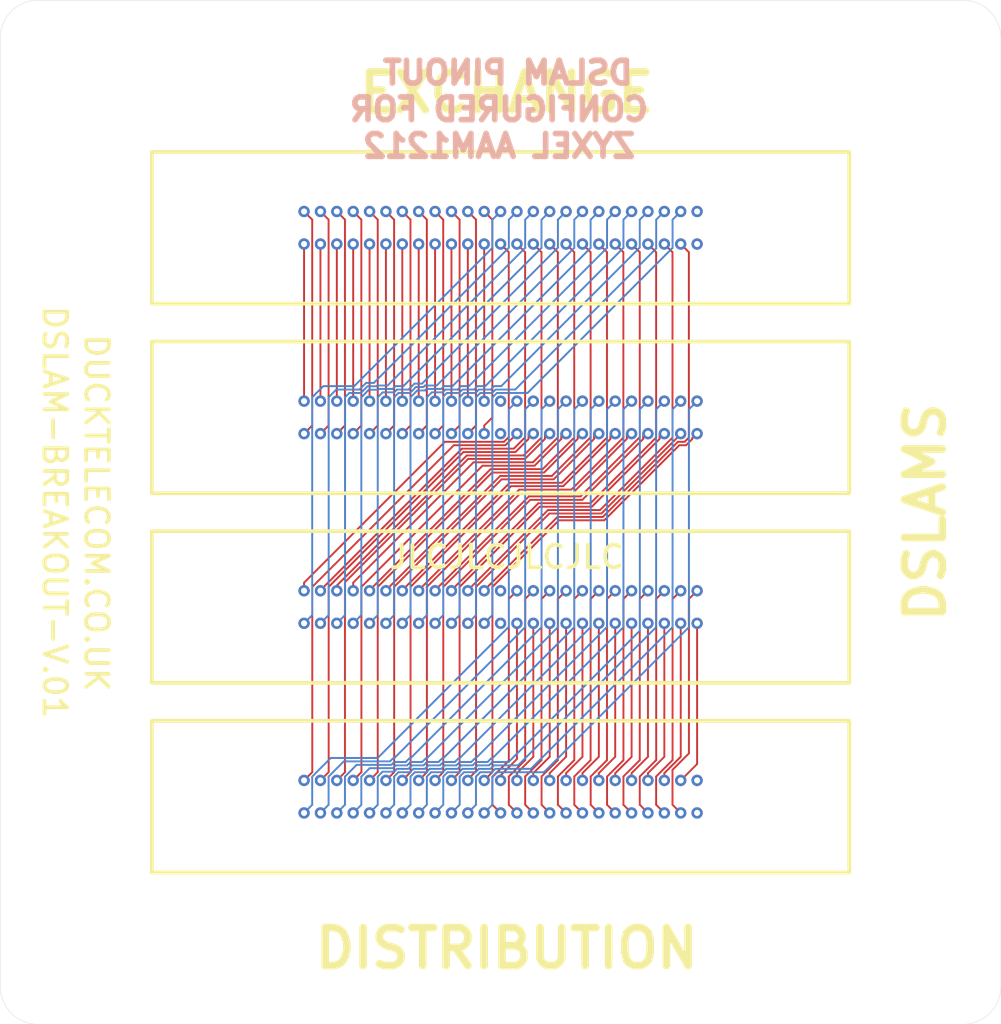
<source format=kicad_pcb>
(kicad_pcb (version 20171130) (host pcbnew "(5.1.10-1-10_14)")

  (general
    (thickness 1.6)
    (drawings 15)
    (tracks 563)
    (zones 0)
    (modules 8)
    (nets 105)
  )

  (page A4)
  (layers
    (0 F.Cu signal)
    (31 B.Cu signal)
    (32 B.Adhes user)
    (33 F.Adhes user)
    (34 B.Paste user)
    (35 F.Paste user)
    (36 B.SilkS user)
    (37 F.SilkS user)
    (38 B.Mask user)
    (39 F.Mask user)
    (40 Dwgs.User user)
    (41 Cmts.User user)
    (42 Eco1.User user)
    (43 Eco2.User user)
    (44 Edge.Cuts user)
    (45 Margin user)
    (46 B.CrtYd user)
    (47 F.CrtYd user)
    (48 B.Fab user)
    (49 F.Fab user)
  )

  (setup
    (last_trace_width 0.25)
    (trace_clearance 0.2)
    (zone_clearance 0.508)
    (zone_45_only no)
    (trace_min 0.2)
    (via_size 0.8)
    (via_drill 0.4)
    (via_min_size 0.4)
    (via_min_drill 0.3)
    (uvia_size 0.3)
    (uvia_drill 0.1)
    (uvias_allowed no)
    (uvia_min_size 0.2)
    (uvia_min_drill 0.1)
    (edge_width 0.05)
    (segment_width 0.2)
    (pcb_text_width 0.3)
    (pcb_text_size 1.5 1.5)
    (mod_edge_width 0.12)
    (mod_text_size 1 1)
    (mod_text_width 0.15)
    (pad_size 3.2 3.2)
    (pad_drill 3.2)
    (pad_to_mask_clearance 0)
    (aux_axis_origin 0 0)
    (visible_elements FFFFFF7F)
    (pcbplotparams
      (layerselection 0x010fc_ffffffff)
      (usegerberextensions true)
      (usegerberattributes false)
      (usegerberadvancedattributes false)
      (creategerberjobfile false)
      (excludeedgelayer true)
      (linewidth 0.150000)
      (plotframeref false)
      (viasonmask false)
      (mode 1)
      (useauxorigin false)
      (hpglpennumber 1)
      (hpglpenspeed 20)
      (hpglpendiameter 15.000000)
      (psnegative false)
      (psa4output false)
      (plotreference true)
      (plotvalue false)
      (plotinvisibletext false)
      (padsonsilk false)
      (subtractmaskfromsilk true)
      (outputformat 1)
      (mirror false)
      (drillshape 0)
      (scaleselection 1)
      (outputdirectory "/Users/matthew/Documents/Devel/kicad/RJ21_DSLAM_ADAPTER/gerbers/"))
  )

  (net 0 "")
  (net 1 /E1-)
  (net 2 /E2-)
  (net 3 /E3-)
  (net 4 /E4-)
  (net 5 /E5-)
  (net 6 /E6-)
  (net 7 /E7-)
  (net 8 /E8-)
  (net 9 /E9-)
  (net 10 /E10-)
  (net 11 /E11-)
  (net 12 /E12-)
  (net 13 /E13-)
  (net 14 /E14-)
  (net 15 /E15-)
  (net 16 /E16-)
  (net 17 /E17-)
  (net 18 /E18-)
  (net 19 /E19-)
  (net 20 /E20-)
  (net 21 /E21-)
  (net 22 /E22-)
  (net 23 /E23-)
  (net 24 /E24-)
  (net 25 "Net-(J1-Pad25)")
  (net 26 /E1+)
  (net 27 /E2+)
  (net 28 /E3+)
  (net 29 /E4+)
  (net 30 /E5+)
  (net 31 /E6+)
  (net 32 /E7+)
  (net 33 /E8+)
  (net 34 /E9+)
  (net 35 /E10+)
  (net 36 /E11+)
  (net 37 /E12+)
  (net 38 /E13+)
  (net 39 /E14+)
  (net 40 /E15+)
  (net 41 /E16+)
  (net 42 /E17+)
  (net 43 /E18+)
  (net 44 /E19+)
  (net 45 /E20+)
  (net 46 /E21+)
  (net 47 /E22+)
  (net 48 /E23+)
  (net 49 /E24+)
  (net 50 "Net-(J1-Pad50)")
  (net 51 /D12-)
  (net 52 /D11-)
  (net 53 /D10-)
  (net 54 /D9-)
  (net 55 /D8-)
  (net 56 /D7-)
  (net 57 /D6-)
  (net 58 /D5-)
  (net 59 /D4-)
  (net 60 /D3-)
  (net 61 /D2-)
  (net 62 /D1-)
  (net 63 "Net-(J2-Pad38)")
  (net 64 /D12+)
  (net 65 /D11+)
  (net 66 /D10+)
  (net 67 /D9+)
  (net 68 /D8+)
  (net 69 /D7+)
  (net 70 /D6+)
  (net 71 /D5+)
  (net 72 /D4+)
  (net 73 /D3+)
  (net 74 /D2+)
  (net 75 /D1+)
  (net 76 "Net-(J2-Pad13)")
  (net 77 "Net-(J3-Pad13)")
  (net 78 /D13+)
  (net 79 /D14+)
  (net 80 /D15+)
  (net 81 /D16+)
  (net 82 /D17+)
  (net 83 /D18+)
  (net 84 /D19+)
  (net 85 /D20+)
  (net 86 /D21+)
  (net 87 /D22+)
  (net 88 /D23+)
  (net 89 /D24+)
  (net 90 "Net-(J3-Pad38)")
  (net 91 /D13-)
  (net 92 /D14-)
  (net 93 /D15-)
  (net 94 /D16-)
  (net 95 /D17-)
  (net 96 /D18-)
  (net 97 /D19-)
  (net 98 /D20-)
  (net 99 /D21-)
  (net 100 /D22-)
  (net 101 /D23-)
  (net 102 /D24-)
  (net 103 "Net-(J4-Pad50)")
  (net 104 "Net-(J4-Pad25)")

  (net_class Default "This is the default net class."
    (clearance 0.2)
    (trace_width 0.25)
    (via_dia 0.8)
    (via_drill 0.4)
    (uvia_dia 0.3)
    (uvia_drill 0.1)
    (add_net /D1+)
    (add_net /D1-)
    (add_net /D10+)
    (add_net /D10-)
    (add_net /D11+)
    (add_net /D11-)
    (add_net /D12+)
    (add_net /D12-)
    (add_net /D13+)
    (add_net /D13-)
    (add_net /D14+)
    (add_net /D14-)
    (add_net /D15+)
    (add_net /D15-)
    (add_net /D16+)
    (add_net /D16-)
    (add_net /D17+)
    (add_net /D17-)
    (add_net /D18+)
    (add_net /D18-)
    (add_net /D19+)
    (add_net /D19-)
    (add_net /D2+)
    (add_net /D2-)
    (add_net /D20+)
    (add_net /D20-)
    (add_net /D21+)
    (add_net /D21-)
    (add_net /D22+)
    (add_net /D22-)
    (add_net /D23+)
    (add_net /D23-)
    (add_net /D24+)
    (add_net /D24-)
    (add_net /D3+)
    (add_net /D3-)
    (add_net /D4+)
    (add_net /D4-)
    (add_net /D5+)
    (add_net /D5-)
    (add_net /D6+)
    (add_net /D6-)
    (add_net /D7+)
    (add_net /D7-)
    (add_net /D8+)
    (add_net /D8-)
    (add_net /D9+)
    (add_net /D9-)
    (add_net /E1+)
    (add_net /E1-)
    (add_net /E10+)
    (add_net /E10-)
    (add_net /E11+)
    (add_net /E11-)
    (add_net /E12+)
    (add_net /E12-)
    (add_net /E13+)
    (add_net /E13-)
    (add_net /E14+)
    (add_net /E14-)
    (add_net /E15+)
    (add_net /E15-)
    (add_net /E16+)
    (add_net /E16-)
    (add_net /E17+)
    (add_net /E17-)
    (add_net /E18+)
    (add_net /E18-)
    (add_net /E19+)
    (add_net /E19-)
    (add_net /E2+)
    (add_net /E2-)
    (add_net /E20+)
    (add_net /E20-)
    (add_net /E21+)
    (add_net /E21-)
    (add_net /E22+)
    (add_net /E22-)
    (add_net /E23+)
    (add_net /E23-)
    (add_net /E24+)
    (add_net /E24-)
    (add_net /E3+)
    (add_net /E3-)
    (add_net /E4+)
    (add_net /E4-)
    (add_net /E5+)
    (add_net /E5-)
    (add_net /E6+)
    (add_net /E6-)
    (add_net /E7+)
    (add_net /E7-)
    (add_net /E8+)
    (add_net /E8-)
    (add_net /E9+)
    (add_net /E9-)
    (add_net "Net-(J1-Pad25)")
    (add_net "Net-(J1-Pad50)")
    (add_net "Net-(J2-Pad13)")
    (add_net "Net-(J2-Pad38)")
    (add_net "Net-(J3-Pad13)")
    (add_net "Net-(J3-Pad38)")
    (add_net "Net-(J4-Pad25)")
    (add_net "Net-(J4-Pad50)")
  )

  (module MountingHole:MountingHole_5.3mm_M5 (layer F.Cu) (tedit 56D1B4CB) (tstamp 62421757)
    (at 157.2 48)
    (descr "Mounting Hole 5.3mm, no annular, M5")
    (tags "mounting hole 5.3mm no annular m5")
    (attr virtual)
    (fp_text reference REF** (at 0 -6.3) (layer F.SilkS) hide
      (effects (font (size 1 1) (thickness 0.15)))
    )
    (fp_text value MountingHole_5.3mm_M5 (at 0 6.3) (layer F.Fab)
      (effects (font (size 1 1) (thickness 0.15)))
    )
    (fp_circle (center 0 0) (end 5.3 0) (layer Cmts.User) (width 0.15))
    (fp_circle (center 0 0) (end 5.55 0) (layer F.CrtYd) (width 0.05))
    (fp_text user %R (at 0.3 0) (layer F.Fab)
      (effects (font (size 1 1) (thickness 0.15)))
    )
    (pad 1 np_thru_hole circle (at 0 0) (size 5.3 5.3) (drill 5.3) (layers *.Cu *.Mask))
  )

  (module MountingHole:MountingHole_5.3mm_M5 (layer F.Cu) (tedit 56D1B4CB) (tstamp 62421718)
    (at 157.2 163)
    (descr "Mounting Hole 5.3mm, no annular, M5")
    (tags "mounting hole 5.3mm no annular m5")
    (attr virtual)
    (fp_text reference REF** (at 0 -6.3) (layer F.SilkS) hide
      (effects (font (size 1 1) (thickness 0.15)))
    )
    (fp_text value MountingHole_5.3mm_M5 (at 0 6.3) (layer F.Fab)
      (effects (font (size 1 1) (thickness 0.15)))
    )
    (fp_circle (center 0 0) (end 5.55 0) (layer F.CrtYd) (width 0.05))
    (fp_circle (center 0 0) (end 5.3 0) (layer Cmts.User) (width 0.15))
    (fp_text user %R (at 0.3 0) (layer F.Fab)
      (effects (font (size 1 1) (thickness 0.15)))
    )
    (pad 1 np_thru_hole circle (at 0 0) (size 5.3 5.3) (drill 5.3) (layers *.Cu *.Mask))
  )

  (module MountingHole:MountingHole_5.3mm_M5 (layer F.Cu) (tedit 56D1B4CB) (tstamp 624216B6)
    (at 45.2 163)
    (descr "Mounting Hole 5.3mm, no annular, M5")
    (tags "mounting hole 5.3mm no annular m5")
    (attr virtual)
    (fp_text reference REF** (at 0 -6.3) (layer F.SilkS) hide
      (effects (font (size 1 1) (thickness 0.15)))
    )
    (fp_text value MountingHole_5.3mm_M5 (at 0 6.3) (layer F.Fab)
      (effects (font (size 1 1) (thickness 0.15)))
    )
    (fp_circle (center 0 0) (end 5.3 0) (layer Cmts.User) (width 0.15))
    (fp_circle (center 0 0) (end 5.55 0) (layer F.CrtYd) (width 0.05))
    (fp_text user %R (at 0.3 0) (layer F.Fab)
      (effects (font (size 1 1) (thickness 0.15)))
    )
    (pad 1 np_thru_hole circle (at 0 0) (size 5.3 5.3) (drill 5.3) (layers *.Cu *.Mask))
  )

  (module MountingHole:MountingHole_5.3mm_M5 (layer F.Cu) (tedit 56D1B4CB) (tstamp 62421675)
    (at 45.2 48)
    (descr "Mounting Hole 5.3mm, no annular, M5")
    (tags "mounting hole 5.3mm no annular m5")
    (attr virtual)
    (fp_text reference REF** (at 0 -6.3) (layer F.SilkS) hide
      (effects (font (size 1 1) (thickness 0.15)))
    )
    (fp_text value MountingHole_5.3mm_M5 (at 0 6.3) (layer F.Fab)
      (effects (font (size 1 1) (thickness 0.15)))
    )
    (fp_circle (center 0 0) (end 5.55 0) (layer F.CrtYd) (width 0.05))
    (fp_circle (center 0 0) (end 5.3 0) (layer Cmts.User) (width 0.15))
    (fp_text user %R (at 0.3 0) (layer F.Fab)
      (effects (font (size 1 1) (thickness 0.15)))
    )
    (pad 1 np_thru_hole circle (at 0 0) (size 5.3 5.3) (drill 5.3) (layers *.Cu *.Mask))
  )

  (module Ali_Footprint_Libraries:AliExpress_RJ21_PCB (layer F.Cu) (tedit 6201A65D) (tstamp 6241E4F6)
    (at 101.2 68)
    (path /6202B3D4)
    (fp_text reference J1 (at 25 12) (layer F.SilkS) hide
      (effects (font (size 1.27 1.27) (thickness 0.15)))
    )
    (fp_text value Conn_02x25_Bottom_Top (at -25 12) (layer F.SilkS) hide
      (effects (font (size 1.27 1.27) (thickness 0.15)))
    )
    (fp_line (start -46 -10) (end -46 10) (layer F.SilkS) (width 0.5))
    (fp_line (start 46 -10) (end 46 10) (layer F.SilkS) (width 0.5))
    (fp_line (start -46 -10) (end 46 -10) (layer F.SilkS) (width 0.5))
    (fp_line (start -46 10) (end 46 10) (layer F.SilkS) (width 0.5))
    (fp_line (start -46 -10) (end 46 -10) (layer F.CrtYd) (width 0.5))
    (fp_line (start -46 10) (end 46 10) (layer F.CrtYd) (width 0.5))
    (fp_line (start -46 -10) (end -46 10) (layer F.Fab) (width 0.5))
    (fp_line (start 46 -10) (end 46 10) (layer F.Fab) (width 0.5))
    (pad "" np_thru_hole circle (at -37.425 0) (size 3.2 3.2) (drill 3.2) (layers *.Cu *.Mask)
      (clearance 1.9))
    (pad "" np_thru_hole circle (at 37.425 0) (size 3.2 3.2) (drill 3.2) (layers *.Cu *.Mask)
      (clearance 1.9))
    (pad 1 thru_hole circle (at -25.92 -2.145) (size 1.5 1.5) (drill 0.8) (layers *.Cu *.Mask)
      (net 1 /E1-))
    (pad 2 thru_hole circle (at -23.76 -2.145) (size 1.5 1.5) (drill 0.8) (layers *.Cu *.Mask)
      (net 2 /E2-))
    (pad 3 thru_hole circle (at -21.6 -2.145) (size 1.5 1.5) (drill 0.8) (layers *.Cu *.Mask)
      (net 3 /E3-))
    (pad 4 thru_hole circle (at -19.44 -2.145) (size 1.5 1.5) (drill 0.8) (layers *.Cu *.Mask)
      (net 4 /E4-))
    (pad 5 thru_hole circle (at -17.28 -2.145) (size 1.5 1.5) (drill 0.8) (layers *.Cu *.Mask)
      (net 5 /E5-))
    (pad 6 thru_hole circle (at -15.12 -2.145) (size 1.5 1.5) (drill 0.8) (layers *.Cu *.Mask)
      (net 6 /E6-))
    (pad 7 thru_hole circle (at -12.96 -2.145) (size 1.5 1.5) (drill 0.8) (layers *.Cu *.Mask)
      (net 7 /E7-))
    (pad 8 thru_hole circle (at -10.8 -2.145) (size 1.5 1.5) (drill 0.8) (layers *.Cu *.Mask)
      (net 8 /E8-))
    (pad 9 thru_hole circle (at -8.64 -2.145) (size 1.5 1.5) (drill 0.8) (layers *.Cu *.Mask)
      (net 9 /E9-))
    (pad 10 thru_hole circle (at -6.48 -2.145) (size 1.5 1.5) (drill 0.8) (layers *.Cu *.Mask)
      (net 10 /E10-))
    (pad 11 thru_hole circle (at -4.32 -2.145) (size 1.5 1.5) (drill 0.8) (layers *.Cu *.Mask)
      (net 11 /E11-))
    (pad 12 thru_hole circle (at -2.16 -2.145) (size 1.5 1.5) (drill 0.8) (layers *.Cu *.Mask)
      (net 12 /E12-))
    (pad 13 thru_hole circle (at 0 -2.145) (size 1.5 1.5) (drill 0.8) (layers *.Cu *.Mask)
      (net 13 /E13-))
    (pad 14 thru_hole circle (at 2.16 -2.145) (size 1.5 1.5) (drill 0.8) (layers *.Cu *.Mask)
      (net 14 /E14-))
    (pad 15 thru_hole circle (at 4.32 -2.145) (size 1.5 1.5) (drill 0.8) (layers *.Cu *.Mask)
      (net 15 /E15-))
    (pad 16 thru_hole circle (at 6.48 -2.145) (size 1.5 1.5) (drill 0.8) (layers *.Cu *.Mask)
      (net 16 /E16-))
    (pad 17 thru_hole circle (at 8.64 -2.145) (size 1.5 1.5) (drill 0.8) (layers *.Cu *.Mask)
      (net 17 /E17-))
    (pad 18 thru_hole circle (at 10.8 -2.145) (size 1.5 1.5) (drill 0.8) (layers *.Cu *.Mask)
      (net 18 /E18-))
    (pad 19 thru_hole circle (at 12.96 -2.145) (size 1.5 1.5) (drill 0.8) (layers *.Cu *.Mask)
      (net 19 /E19-))
    (pad 20 thru_hole circle (at 15.12 -2.145) (size 1.5 1.5) (drill 0.8) (layers *.Cu *.Mask)
      (net 20 /E20-))
    (pad 21 thru_hole circle (at 17.28 -2.145) (size 1.5 1.5) (drill 0.8) (layers *.Cu *.Mask)
      (net 21 /E21-))
    (pad 22 thru_hole circle (at 19.44 -2.145) (size 1.5 1.5) (drill 0.8) (layers *.Cu *.Mask)
      (net 22 /E22-))
    (pad 23 thru_hole circle (at 21.6 -2.145) (size 1.5 1.5) (drill 0.8) (layers *.Cu *.Mask)
      (net 23 /E23-))
    (pad 24 thru_hole circle (at 23.76 -2.145) (size 1.5 1.5) (drill 0.8) (layers *.Cu *.Mask)
      (net 24 /E24-))
    (pad 25 thru_hole circle (at 25.92 -2.145) (size 1.5 1.5) (drill 0.8) (layers *.Cu *.Mask)
      (net 25 "Net-(J1-Pad25)"))
    (pad 26 thru_hole circle (at -25.92 2.145) (size 1.5 1.5) (drill 0.8) (layers *.Cu *.Mask)
      (net 26 /E1+))
    (pad 27 thru_hole circle (at -23.76 2.145) (size 1.5 1.5) (drill 0.8) (layers *.Cu *.Mask)
      (net 27 /E2+))
    (pad 28 thru_hole circle (at -21.6 2.145) (size 1.5 1.5) (drill 0.8) (layers *.Cu *.Mask)
      (net 28 /E3+))
    (pad 29 thru_hole circle (at -19.44 2.145) (size 1.5 1.5) (drill 0.8) (layers *.Cu *.Mask)
      (net 29 /E4+))
    (pad 30 thru_hole circle (at -17.28 2.145) (size 1.5 1.5) (drill 0.8) (layers *.Cu *.Mask)
      (net 30 /E5+))
    (pad 31 thru_hole circle (at -15.12 2.145) (size 1.5 1.5) (drill 0.8) (layers *.Cu *.Mask)
      (net 31 /E6+))
    (pad 32 thru_hole circle (at -12.96 2.145) (size 1.5 1.5) (drill 0.8) (layers *.Cu *.Mask)
      (net 32 /E7+))
    (pad 33 thru_hole circle (at -10.8 2.145) (size 1.5 1.5) (drill 0.8) (layers *.Cu *.Mask)
      (net 33 /E8+))
    (pad 34 thru_hole circle (at -8.64 2.145) (size 1.5 1.5) (drill 0.8) (layers *.Cu *.Mask)
      (net 34 /E9+))
    (pad 35 thru_hole circle (at -6.48 2.145) (size 1.5 1.5) (drill 0.8) (layers *.Cu *.Mask)
      (net 35 /E10+))
    (pad 36 thru_hole circle (at -4.32 2.145) (size 1.5 1.5) (drill 0.8) (layers *.Cu *.Mask)
      (net 36 /E11+))
    (pad 37 thru_hole circle (at -2.16 2.145) (size 1.5 1.5) (drill 0.8) (layers *.Cu *.Mask)
      (net 37 /E12+))
    (pad 38 thru_hole circle (at 0 2.145) (size 1.5 1.5) (drill 0.8) (layers *.Cu *.Mask)
      (net 38 /E13+))
    (pad 39 thru_hole circle (at 2.16 2.145) (size 1.5 1.5) (drill 0.8) (layers *.Cu *.Mask)
      (net 39 /E14+))
    (pad 40 thru_hole circle (at 4.32 2.145) (size 1.5 1.5) (drill 0.8) (layers *.Cu *.Mask)
      (net 40 /E15+))
    (pad 41 thru_hole circle (at 6.48 2.145) (size 1.5 1.5) (drill 0.8) (layers *.Cu *.Mask)
      (net 41 /E16+))
    (pad 42 thru_hole circle (at 8.64 2.145) (size 1.5 1.5) (drill 0.8) (layers *.Cu *.Mask)
      (net 42 /E17+))
    (pad 43 thru_hole circle (at 10.8 2.145) (size 1.5 1.5) (drill 0.8) (layers *.Cu *.Mask)
      (net 43 /E18+))
    (pad 44 thru_hole circle (at 12.96 2.145) (size 1.5 1.5) (drill 0.8) (layers *.Cu *.Mask)
      (net 44 /E19+))
    (pad 45 thru_hole circle (at 15.12 2.145) (size 1.5 1.5) (drill 0.8) (layers *.Cu *.Mask)
      (net 45 /E20+))
    (pad 46 thru_hole circle (at 17.28 2.145) (size 1.5 1.5) (drill 0.8) (layers *.Cu *.Mask)
      (net 46 /E21+))
    (pad 47 thru_hole circle (at 19.44 2.145) (size 1.5 1.5) (drill 0.8) (layers *.Cu *.Mask)
      (net 47 /E22+))
    (pad 48 thru_hole circle (at 21.6 2.145) (size 1.5 1.5) (drill 0.8) (layers *.Cu *.Mask)
      (net 48 /E23+))
    (pad 49 thru_hole circle (at 23.76 2.145) (size 1.5 1.5) (drill 0.8) (layers *.Cu *.Mask)
      (net 49 /E24+))
    (pad 50 thru_hole circle (at 25.92 2.145) (size 1.5 1.5) (drill 0.8) (layers *.Cu *.Mask)
      (net 50 "Net-(J1-Pad50)"))
  )

  (module Ali_Footprint_Libraries:AliExpress_RJ21_PCB (layer F.Cu) (tedit 6201A65D) (tstamp 6241E0FE)
    (at 101.2 93)
    (path /620668FC)
    (fp_text reference J2 (at 25 12) (layer F.SilkS) hide
      (effects (font (size 1.27 1.27) (thickness 0.15)))
    )
    (fp_text value Conn_02x25_Bottom_Top (at -25 12) (layer F.SilkS) hide
      (effects (font (size 1.27 1.27) (thickness 0.15)))
    )
    (fp_line (start 46 -10) (end 46 10) (layer F.Fab) (width 0.5))
    (fp_line (start -46 -10) (end -46 10) (layer F.Fab) (width 0.5))
    (fp_line (start -46 10) (end 46 10) (layer F.CrtYd) (width 0.5))
    (fp_line (start -46 -10) (end 46 -10) (layer F.CrtYd) (width 0.5))
    (fp_line (start -46 10) (end 46 10) (layer F.SilkS) (width 0.5))
    (fp_line (start -46 -10) (end 46 -10) (layer F.SilkS) (width 0.5))
    (fp_line (start 46 -10) (end 46 10) (layer F.SilkS) (width 0.5))
    (fp_line (start -46 -10) (end -46 10) (layer F.SilkS) (width 0.5))
    (pad 50 thru_hole circle (at 25.92 2.145) (size 1.5 1.5) (drill 0.8) (layers *.Cu *.Mask)
      (net 51 /D12-))
    (pad 49 thru_hole circle (at 23.76 2.145) (size 1.5 1.5) (drill 0.8) (layers *.Cu *.Mask)
      (net 52 /D11-))
    (pad 48 thru_hole circle (at 21.6 2.145) (size 1.5 1.5) (drill 0.8) (layers *.Cu *.Mask)
      (net 53 /D10-))
    (pad 47 thru_hole circle (at 19.44 2.145) (size 1.5 1.5) (drill 0.8) (layers *.Cu *.Mask)
      (net 54 /D9-))
    (pad 46 thru_hole circle (at 17.28 2.145) (size 1.5 1.5) (drill 0.8) (layers *.Cu *.Mask)
      (net 55 /D8-))
    (pad 45 thru_hole circle (at 15.12 2.145) (size 1.5 1.5) (drill 0.8) (layers *.Cu *.Mask)
      (net 56 /D7-))
    (pad 44 thru_hole circle (at 12.96 2.145) (size 1.5 1.5) (drill 0.8) (layers *.Cu *.Mask)
      (net 57 /D6-))
    (pad 43 thru_hole circle (at 10.8 2.145) (size 1.5 1.5) (drill 0.8) (layers *.Cu *.Mask)
      (net 58 /D5-))
    (pad 42 thru_hole circle (at 8.64 2.145) (size 1.5 1.5) (drill 0.8) (layers *.Cu *.Mask)
      (net 59 /D4-))
    (pad 41 thru_hole circle (at 6.48 2.145) (size 1.5 1.5) (drill 0.8) (layers *.Cu *.Mask)
      (net 60 /D3-))
    (pad 40 thru_hole circle (at 4.32 2.145) (size 1.5 1.5) (drill 0.8) (layers *.Cu *.Mask)
      (net 61 /D2-))
    (pad 39 thru_hole circle (at 2.16 2.145) (size 1.5 1.5) (drill 0.8) (layers *.Cu *.Mask)
      (net 62 /D1-))
    (pad 38 thru_hole circle (at 0 2.145) (size 1.5 1.5) (drill 0.8) (layers *.Cu *.Mask)
      (net 63 "Net-(J2-Pad38)"))
    (pad 37 thru_hole circle (at -2.16 2.145) (size 1.5 1.5) (drill 0.8) (layers *.Cu *.Mask)
      (net 12 /E12-))
    (pad 36 thru_hole circle (at -4.32 2.145) (size 1.5 1.5) (drill 0.8) (layers *.Cu *.Mask)
      (net 11 /E11-))
    (pad 35 thru_hole circle (at -6.48 2.145) (size 1.5 1.5) (drill 0.8) (layers *.Cu *.Mask)
      (net 10 /E10-))
    (pad 34 thru_hole circle (at -8.64 2.145) (size 1.5 1.5) (drill 0.8) (layers *.Cu *.Mask)
      (net 9 /E9-))
    (pad 33 thru_hole circle (at -10.8 2.145) (size 1.5 1.5) (drill 0.8) (layers *.Cu *.Mask)
      (net 8 /E8-))
    (pad 32 thru_hole circle (at -12.96 2.145) (size 1.5 1.5) (drill 0.8) (layers *.Cu *.Mask)
      (net 7 /E7-))
    (pad 31 thru_hole circle (at -15.12 2.145) (size 1.5 1.5) (drill 0.8) (layers *.Cu *.Mask)
      (net 6 /E6-))
    (pad 30 thru_hole circle (at -17.28 2.145) (size 1.5 1.5) (drill 0.8) (layers *.Cu *.Mask)
      (net 5 /E5-))
    (pad 29 thru_hole circle (at -19.44 2.145) (size 1.5 1.5) (drill 0.8) (layers *.Cu *.Mask)
      (net 4 /E4-))
    (pad 28 thru_hole circle (at -21.6 2.145) (size 1.5 1.5) (drill 0.8) (layers *.Cu *.Mask)
      (net 3 /E3-))
    (pad 27 thru_hole circle (at -23.76 2.145) (size 1.5 1.5) (drill 0.8) (layers *.Cu *.Mask)
      (net 2 /E2-))
    (pad 26 thru_hole circle (at -25.92 2.145) (size 1.5 1.5) (drill 0.8) (layers *.Cu *.Mask)
      (net 1 /E1-))
    (pad 25 thru_hole circle (at 25.92 -2.145) (size 1.5 1.5) (drill 0.8) (layers *.Cu *.Mask)
      (net 64 /D12+))
    (pad 24 thru_hole circle (at 23.76 -2.145) (size 1.5 1.5) (drill 0.8) (layers *.Cu *.Mask)
      (net 65 /D11+))
    (pad 23 thru_hole circle (at 21.6 -2.145) (size 1.5 1.5) (drill 0.8) (layers *.Cu *.Mask)
      (net 66 /D10+))
    (pad 22 thru_hole circle (at 19.44 -2.145) (size 1.5 1.5) (drill 0.8) (layers *.Cu *.Mask)
      (net 67 /D9+))
    (pad 21 thru_hole circle (at 17.28 -2.145) (size 1.5 1.5) (drill 0.8) (layers *.Cu *.Mask)
      (net 68 /D8+))
    (pad 20 thru_hole circle (at 15.12 -2.145) (size 1.5 1.5) (drill 0.8) (layers *.Cu *.Mask)
      (net 69 /D7+))
    (pad 19 thru_hole circle (at 12.96 -2.145) (size 1.5 1.5) (drill 0.8) (layers *.Cu *.Mask)
      (net 70 /D6+))
    (pad 18 thru_hole circle (at 10.8 -2.145) (size 1.5 1.5) (drill 0.8) (layers *.Cu *.Mask)
      (net 71 /D5+))
    (pad 17 thru_hole circle (at 8.64 -2.145) (size 1.5 1.5) (drill 0.8) (layers *.Cu *.Mask)
      (net 72 /D4+))
    (pad 16 thru_hole circle (at 6.48 -2.145) (size 1.5 1.5) (drill 0.8) (layers *.Cu *.Mask)
      (net 73 /D3+))
    (pad 15 thru_hole circle (at 4.32 -2.145) (size 1.5 1.5) (drill 0.8) (layers *.Cu *.Mask)
      (net 74 /D2+))
    (pad 14 thru_hole circle (at 2.16 -2.145) (size 1.5 1.5) (drill 0.8) (layers *.Cu *.Mask)
      (net 75 /D1+))
    (pad 13 thru_hole circle (at 0 -2.145) (size 1.5 1.5) (drill 0.8) (layers *.Cu *.Mask)
      (net 76 "Net-(J2-Pad13)"))
    (pad 12 thru_hole circle (at -2.16 -2.145) (size 1.5 1.5) (drill 0.8) (layers *.Cu *.Mask)
      (net 37 /E12+))
    (pad 11 thru_hole circle (at -4.32 -2.145) (size 1.5 1.5) (drill 0.8) (layers *.Cu *.Mask)
      (net 36 /E11+))
    (pad 10 thru_hole circle (at -6.48 -2.145) (size 1.5 1.5) (drill 0.8) (layers *.Cu *.Mask)
      (net 35 /E10+))
    (pad 9 thru_hole circle (at -8.64 -2.145) (size 1.5 1.5) (drill 0.8) (layers *.Cu *.Mask)
      (net 34 /E9+))
    (pad 8 thru_hole circle (at -10.8 -2.145) (size 1.5 1.5) (drill 0.8) (layers *.Cu *.Mask)
      (net 33 /E8+))
    (pad 7 thru_hole circle (at -12.96 -2.145) (size 1.5 1.5) (drill 0.8) (layers *.Cu *.Mask)
      (net 32 /E7+))
    (pad 6 thru_hole circle (at -15.12 -2.145) (size 1.5 1.5) (drill 0.8) (layers *.Cu *.Mask)
      (net 31 /E6+))
    (pad 5 thru_hole circle (at -17.28 -2.145) (size 1.5 1.5) (drill 0.8) (layers *.Cu *.Mask)
      (net 30 /E5+))
    (pad 4 thru_hole circle (at -19.44 -2.145) (size 1.5 1.5) (drill 0.8) (layers *.Cu *.Mask)
      (net 29 /E4+))
    (pad 3 thru_hole circle (at -21.6 -2.145) (size 1.5 1.5) (drill 0.8) (layers *.Cu *.Mask)
      (net 28 /E3+))
    (pad 2 thru_hole circle (at -23.76 -2.145) (size 1.5 1.5) (drill 0.8) (layers *.Cu *.Mask)
      (net 27 /E2+))
    (pad 1 thru_hole circle (at -25.92 -2.145) (size 1.5 1.5) (drill 0.8) (layers *.Cu *.Mask)
      (net 26 /E1+))
    (pad "" np_thru_hole circle (at 37.425 0) (size 3.2 3.2) (drill 3.2) (layers *.Cu *.Mask)
      (clearance 1.9))
    (pad "" np_thru_hole circle (at -37.425 0) (size 3.2 3.2) (drill 3.2) (layers *.Cu *.Mask)
      (clearance 1.9))
  )

  (module Ali_Footprint_Libraries:AliExpress_RJ21_PCB (layer F.Cu) (tedit 6201A65D) (tstamp 6241E13E)
    (at 101.2 118)
    (path /6207F10F)
    (fp_text reference J3 (at 25 12) (layer F.SilkS) hide
      (effects (font (size 1.27 1.27) (thickness 0.15)))
    )
    (fp_text value Conn_02x25_Bottom_Top (at -25 12) (layer F.SilkS) hide
      (effects (font (size 1.27 1.27) (thickness 0.15)))
    )
    (fp_line (start -46 -10) (end -46 10) (layer F.SilkS) (width 0.5))
    (fp_line (start 46 -10) (end 46 10) (layer F.SilkS) (width 0.5))
    (fp_line (start -46 -10) (end 46 -10) (layer F.SilkS) (width 0.5))
    (fp_line (start -46 10) (end 46 10) (layer F.SilkS) (width 0.5))
    (fp_line (start -46 -10) (end 46 -10) (layer F.CrtYd) (width 0.5))
    (fp_line (start -46 10) (end 46 10) (layer F.CrtYd) (width 0.5))
    (fp_line (start -46 -10) (end -46 10) (layer F.Fab) (width 0.5))
    (fp_line (start 46 -10) (end 46 10) (layer F.Fab) (width 0.5))
    (pad "" np_thru_hole circle (at -37.425 0) (size 3.2 3.2) (drill 3.2) (layers *.Cu *.Mask)
      (clearance 1.9))
    (pad "" np_thru_hole circle (at 37.425 0) (size 3.2 3.2) (drill 3.2) (layers *.Cu *.Mask)
      (clearance 1.9))
    (pad 1 thru_hole circle (at -25.92 -2.145) (size 1.5 1.5) (drill 0.8) (layers *.Cu *.Mask)
      (net 38 /E13+))
    (pad 2 thru_hole circle (at -23.76 -2.145) (size 1.5 1.5) (drill 0.8) (layers *.Cu *.Mask)
      (net 39 /E14+))
    (pad 3 thru_hole circle (at -21.6 -2.145) (size 1.5 1.5) (drill 0.8) (layers *.Cu *.Mask)
      (net 40 /E15+))
    (pad 4 thru_hole circle (at -19.44 -2.145) (size 1.5 1.5) (drill 0.8) (layers *.Cu *.Mask)
      (net 41 /E16+))
    (pad 5 thru_hole circle (at -17.28 -2.145) (size 1.5 1.5) (drill 0.8) (layers *.Cu *.Mask)
      (net 42 /E17+))
    (pad 6 thru_hole circle (at -15.12 -2.145) (size 1.5 1.5) (drill 0.8) (layers *.Cu *.Mask)
      (net 43 /E18+))
    (pad 7 thru_hole circle (at -12.96 -2.145) (size 1.5 1.5) (drill 0.8) (layers *.Cu *.Mask)
      (net 44 /E19+))
    (pad 8 thru_hole circle (at -10.8 -2.145) (size 1.5 1.5) (drill 0.8) (layers *.Cu *.Mask)
      (net 45 /E20+))
    (pad 9 thru_hole circle (at -8.64 -2.145) (size 1.5 1.5) (drill 0.8) (layers *.Cu *.Mask)
      (net 46 /E21+))
    (pad 10 thru_hole circle (at -6.48 -2.145) (size 1.5 1.5) (drill 0.8) (layers *.Cu *.Mask)
      (net 47 /E22+))
    (pad 11 thru_hole circle (at -4.32 -2.145) (size 1.5 1.5) (drill 0.8) (layers *.Cu *.Mask)
      (net 48 /E23+))
    (pad 12 thru_hole circle (at -2.16 -2.145) (size 1.5 1.5) (drill 0.8) (layers *.Cu *.Mask)
      (net 49 /E24+))
    (pad 13 thru_hole circle (at 0 -2.145) (size 1.5 1.5) (drill 0.8) (layers *.Cu *.Mask)
      (net 77 "Net-(J3-Pad13)"))
    (pad 14 thru_hole circle (at 2.16 -2.145) (size 1.5 1.5) (drill 0.8) (layers *.Cu *.Mask)
      (net 78 /D13+))
    (pad 15 thru_hole circle (at 4.32 -2.145) (size 1.5 1.5) (drill 0.8) (layers *.Cu *.Mask)
      (net 79 /D14+))
    (pad 16 thru_hole circle (at 6.48 -2.145) (size 1.5 1.5) (drill 0.8) (layers *.Cu *.Mask)
      (net 80 /D15+))
    (pad 17 thru_hole circle (at 8.64 -2.145) (size 1.5 1.5) (drill 0.8) (layers *.Cu *.Mask)
      (net 81 /D16+))
    (pad 18 thru_hole circle (at 10.8 -2.145) (size 1.5 1.5) (drill 0.8) (layers *.Cu *.Mask)
      (net 82 /D17+))
    (pad 19 thru_hole circle (at 12.96 -2.145) (size 1.5 1.5) (drill 0.8) (layers *.Cu *.Mask)
      (net 83 /D18+))
    (pad 20 thru_hole circle (at 15.12 -2.145) (size 1.5 1.5) (drill 0.8) (layers *.Cu *.Mask)
      (net 84 /D19+))
    (pad 21 thru_hole circle (at 17.28 -2.145) (size 1.5 1.5) (drill 0.8) (layers *.Cu *.Mask)
      (net 85 /D20+))
    (pad 22 thru_hole circle (at 19.44 -2.145) (size 1.5 1.5) (drill 0.8) (layers *.Cu *.Mask)
      (net 86 /D21+))
    (pad 23 thru_hole circle (at 21.6 -2.145) (size 1.5 1.5) (drill 0.8) (layers *.Cu *.Mask)
      (net 87 /D22+))
    (pad 24 thru_hole circle (at 23.76 -2.145) (size 1.5 1.5) (drill 0.8) (layers *.Cu *.Mask)
      (net 88 /D23+))
    (pad 25 thru_hole circle (at 25.92 -2.145) (size 1.5 1.5) (drill 0.8) (layers *.Cu *.Mask)
      (net 89 /D24+))
    (pad 26 thru_hole circle (at -25.92 2.145) (size 1.5 1.5) (drill 0.8) (layers *.Cu *.Mask)
      (net 13 /E13-))
    (pad 27 thru_hole circle (at -23.76 2.145) (size 1.5 1.5) (drill 0.8) (layers *.Cu *.Mask)
      (net 14 /E14-))
    (pad 28 thru_hole circle (at -21.6 2.145) (size 1.5 1.5) (drill 0.8) (layers *.Cu *.Mask)
      (net 15 /E15-))
    (pad 29 thru_hole circle (at -19.44 2.145) (size 1.5 1.5) (drill 0.8) (layers *.Cu *.Mask)
      (net 16 /E16-))
    (pad 30 thru_hole circle (at -17.28 2.145) (size 1.5 1.5) (drill 0.8) (layers *.Cu *.Mask)
      (net 17 /E17-))
    (pad 31 thru_hole circle (at -15.12 2.145) (size 1.5 1.5) (drill 0.8) (layers *.Cu *.Mask)
      (net 18 /E18-))
    (pad 32 thru_hole circle (at -12.96 2.145) (size 1.5 1.5) (drill 0.8) (layers *.Cu *.Mask)
      (net 19 /E19-))
    (pad 33 thru_hole circle (at -10.8 2.145) (size 1.5 1.5) (drill 0.8) (layers *.Cu *.Mask)
      (net 20 /E20-))
    (pad 34 thru_hole circle (at -8.64 2.145) (size 1.5 1.5) (drill 0.8) (layers *.Cu *.Mask)
      (net 21 /E21-))
    (pad 35 thru_hole circle (at -6.48 2.145) (size 1.5 1.5) (drill 0.8) (layers *.Cu *.Mask)
      (net 22 /E22-))
    (pad 36 thru_hole circle (at -4.32 2.145) (size 1.5 1.5) (drill 0.8) (layers *.Cu *.Mask)
      (net 23 /E23-))
    (pad 37 thru_hole circle (at -2.16 2.145) (size 1.5 1.5) (drill 0.8) (layers *.Cu *.Mask)
      (net 24 /E24-))
    (pad 38 thru_hole circle (at 0 2.145) (size 1.5 1.5) (drill 0.8) (layers *.Cu *.Mask)
      (net 90 "Net-(J3-Pad38)"))
    (pad 39 thru_hole circle (at 2.16 2.145) (size 1.5 1.5) (drill 0.8) (layers *.Cu *.Mask)
      (net 91 /D13-))
    (pad 40 thru_hole circle (at 4.32 2.145) (size 1.5 1.5) (drill 0.8) (layers *.Cu *.Mask)
      (net 92 /D14-))
    (pad 41 thru_hole circle (at 6.48 2.145) (size 1.5 1.5) (drill 0.8) (layers *.Cu *.Mask)
      (net 93 /D15-))
    (pad 42 thru_hole circle (at 8.64 2.145) (size 1.5 1.5) (drill 0.8) (layers *.Cu *.Mask)
      (net 94 /D16-))
    (pad 43 thru_hole circle (at 10.8 2.145) (size 1.5 1.5) (drill 0.8) (layers *.Cu *.Mask)
      (net 95 /D17-))
    (pad 44 thru_hole circle (at 12.96 2.145) (size 1.5 1.5) (drill 0.8) (layers *.Cu *.Mask)
      (net 96 /D18-))
    (pad 45 thru_hole circle (at 15.12 2.145) (size 1.5 1.5) (drill 0.8) (layers *.Cu *.Mask)
      (net 97 /D19-))
    (pad 46 thru_hole circle (at 17.28 2.145) (size 1.5 1.5) (drill 0.8) (layers *.Cu *.Mask)
      (net 98 /D20-))
    (pad 47 thru_hole circle (at 19.44 2.145) (size 1.5 1.5) (drill 0.8) (layers *.Cu *.Mask)
      (net 99 /D21-))
    (pad 48 thru_hole circle (at 21.6 2.145) (size 1.5 1.5) (drill 0.8) (layers *.Cu *.Mask)
      (net 100 /D22-))
    (pad 49 thru_hole circle (at 23.76 2.145) (size 1.5 1.5) (drill 0.8) (layers *.Cu *.Mask)
      (net 101 /D23-))
    (pad 50 thru_hole circle (at 25.92 2.145) (size 1.5 1.5) (drill 0.8) (layers *.Cu *.Mask)
      (net 102 /D24-))
  )

  (module Ali_Footprint_Libraries:AliExpress_RJ21_PCB (layer F.Cu) (tedit 6201A65D) (tstamp 6241E17E)
    (at 101.2 143)
    (path /620713B3)
    (fp_text reference J4 (at 25 12) (layer F.SilkS) hide
      (effects (font (size 1.27 1.27) (thickness 0.15)))
    )
    (fp_text value Conn_02x25_Bottom_Top (at -25 12) (layer F.SilkS) hide
      (effects (font (size 1.27 1.27) (thickness 0.15)))
    )
    (fp_line (start 46 -10) (end 46 10) (layer F.Fab) (width 0.5))
    (fp_line (start -46 -10) (end -46 10) (layer F.Fab) (width 0.5))
    (fp_line (start -46 10) (end 46 10) (layer F.CrtYd) (width 0.5))
    (fp_line (start -46 -10) (end 46 -10) (layer F.CrtYd) (width 0.5))
    (fp_line (start -46 10) (end 46 10) (layer F.SilkS) (width 0.5))
    (fp_line (start -46 -10) (end 46 -10) (layer F.SilkS) (width 0.5))
    (fp_line (start 46 -10) (end 46 10) (layer F.SilkS) (width 0.5))
    (fp_line (start -46 -10) (end -46 10) (layer F.SilkS) (width 0.5))
    (pad 50 thru_hole circle (at 25.92 2.145) (size 1.5 1.5) (drill 0.8) (layers *.Cu *.Mask)
      (net 103 "Net-(J4-Pad50)"))
    (pad 49 thru_hole circle (at 23.76 2.145) (size 1.5 1.5) (drill 0.8) (layers *.Cu *.Mask)
      (net 89 /D24+))
    (pad 48 thru_hole circle (at 21.6 2.145) (size 1.5 1.5) (drill 0.8) (layers *.Cu *.Mask)
      (net 88 /D23+))
    (pad 47 thru_hole circle (at 19.44 2.145) (size 1.5 1.5) (drill 0.8) (layers *.Cu *.Mask)
      (net 87 /D22+))
    (pad 46 thru_hole circle (at 17.28 2.145) (size 1.5 1.5) (drill 0.8) (layers *.Cu *.Mask)
      (net 86 /D21+))
    (pad 45 thru_hole circle (at 15.12 2.145) (size 1.5 1.5) (drill 0.8) (layers *.Cu *.Mask)
      (net 85 /D20+))
    (pad 44 thru_hole circle (at 12.96 2.145) (size 1.5 1.5) (drill 0.8) (layers *.Cu *.Mask)
      (net 84 /D19+))
    (pad 43 thru_hole circle (at 10.8 2.145) (size 1.5 1.5) (drill 0.8) (layers *.Cu *.Mask)
      (net 83 /D18+))
    (pad 42 thru_hole circle (at 8.64 2.145) (size 1.5 1.5) (drill 0.8) (layers *.Cu *.Mask)
      (net 82 /D17+))
    (pad 41 thru_hole circle (at 6.48 2.145) (size 1.5 1.5) (drill 0.8) (layers *.Cu *.Mask)
      (net 81 /D16+))
    (pad 40 thru_hole circle (at 4.32 2.145) (size 1.5 1.5) (drill 0.8) (layers *.Cu *.Mask)
      (net 80 /D15+))
    (pad 39 thru_hole circle (at 2.16 2.145) (size 1.5 1.5) (drill 0.8) (layers *.Cu *.Mask)
      (net 79 /D14+))
    (pad 38 thru_hole circle (at 0 2.145) (size 1.5 1.5) (drill 0.8) (layers *.Cu *.Mask)
      (net 78 /D13+))
    (pad 37 thru_hole circle (at -2.16 2.145) (size 1.5 1.5) (drill 0.8) (layers *.Cu *.Mask)
      (net 64 /D12+))
    (pad 36 thru_hole circle (at -4.32 2.145) (size 1.5 1.5) (drill 0.8) (layers *.Cu *.Mask)
      (net 65 /D11+))
    (pad 35 thru_hole circle (at -6.48 2.145) (size 1.5 1.5) (drill 0.8) (layers *.Cu *.Mask)
      (net 66 /D10+))
    (pad 34 thru_hole circle (at -8.64 2.145) (size 1.5 1.5) (drill 0.8) (layers *.Cu *.Mask)
      (net 67 /D9+))
    (pad 33 thru_hole circle (at -10.8 2.145) (size 1.5 1.5) (drill 0.8) (layers *.Cu *.Mask)
      (net 68 /D8+))
    (pad 32 thru_hole circle (at -12.96 2.145) (size 1.5 1.5) (drill 0.8) (layers *.Cu *.Mask)
      (net 69 /D7+))
    (pad 31 thru_hole circle (at -15.12 2.145) (size 1.5 1.5) (drill 0.8) (layers *.Cu *.Mask)
      (net 70 /D6+))
    (pad 30 thru_hole circle (at -17.28 2.145) (size 1.5 1.5) (drill 0.8) (layers *.Cu *.Mask)
      (net 71 /D5+))
    (pad 29 thru_hole circle (at -19.44 2.145) (size 1.5 1.5) (drill 0.8) (layers *.Cu *.Mask)
      (net 72 /D4+))
    (pad 28 thru_hole circle (at -21.6 2.145) (size 1.5 1.5) (drill 0.8) (layers *.Cu *.Mask)
      (net 73 /D3+))
    (pad 27 thru_hole circle (at -23.76 2.145) (size 1.5 1.5) (drill 0.8) (layers *.Cu *.Mask)
      (net 74 /D2+))
    (pad 26 thru_hole circle (at -25.92 2.145) (size 1.5 1.5) (drill 0.8) (layers *.Cu *.Mask)
      (net 75 /D1+))
    (pad 25 thru_hole circle (at 25.92 -2.145) (size 1.5 1.5) (drill 0.8) (layers *.Cu *.Mask)
      (net 104 "Net-(J4-Pad25)"))
    (pad 24 thru_hole circle (at 23.76 -2.145) (size 1.5 1.5) (drill 0.8) (layers *.Cu *.Mask)
      (net 102 /D24-))
    (pad 23 thru_hole circle (at 21.6 -2.145) (size 1.5 1.5) (drill 0.8) (layers *.Cu *.Mask)
      (net 101 /D23-))
    (pad 22 thru_hole circle (at 19.44 -2.145) (size 1.5 1.5) (drill 0.8) (layers *.Cu *.Mask)
      (net 100 /D22-))
    (pad 21 thru_hole circle (at 17.28 -2.145) (size 1.5 1.5) (drill 0.8) (layers *.Cu *.Mask)
      (net 99 /D21-))
    (pad 20 thru_hole circle (at 15.12 -2.145) (size 1.5 1.5) (drill 0.8) (layers *.Cu *.Mask)
      (net 98 /D20-))
    (pad 19 thru_hole circle (at 12.96 -2.145) (size 1.5 1.5) (drill 0.8) (layers *.Cu *.Mask)
      (net 97 /D19-))
    (pad 18 thru_hole circle (at 10.8 -2.145) (size 1.5 1.5) (drill 0.8) (layers *.Cu *.Mask)
      (net 96 /D18-))
    (pad 17 thru_hole circle (at 8.64 -2.145) (size 1.5 1.5) (drill 0.8) (layers *.Cu *.Mask)
      (net 95 /D17-))
    (pad 16 thru_hole circle (at 6.48 -2.145) (size 1.5 1.5) (drill 0.8) (layers *.Cu *.Mask)
      (net 94 /D16-))
    (pad 15 thru_hole circle (at 4.32 -2.145) (size 1.5 1.5) (drill 0.8) (layers *.Cu *.Mask)
      (net 93 /D15-))
    (pad 14 thru_hole circle (at 2.16 -2.145) (size 1.5 1.5) (drill 0.8) (layers *.Cu *.Mask)
      (net 92 /D14-))
    (pad 13 thru_hole circle (at 0 -2.145) (size 1.5 1.5) (drill 0.8) (layers *.Cu *.Mask)
      (net 91 /D13-))
    (pad 12 thru_hole circle (at -2.16 -2.145) (size 1.5 1.5) (drill 0.8) (layers *.Cu *.Mask)
      (net 51 /D12-))
    (pad 11 thru_hole circle (at -4.32 -2.145) (size 1.5 1.5) (drill 0.8) (layers *.Cu *.Mask)
      (net 52 /D11-))
    (pad 10 thru_hole circle (at -6.48 -2.145) (size 1.5 1.5) (drill 0.8) (layers *.Cu *.Mask)
      (net 53 /D10-))
    (pad 9 thru_hole circle (at -8.64 -2.145) (size 1.5 1.5) (drill 0.8) (layers *.Cu *.Mask)
      (net 54 /D9-))
    (pad 8 thru_hole circle (at -10.8 -2.145) (size 1.5 1.5) (drill 0.8) (layers *.Cu *.Mask)
      (net 55 /D8-))
    (pad 7 thru_hole circle (at -12.96 -2.145) (size 1.5 1.5) (drill 0.8) (layers *.Cu *.Mask)
      (net 56 /D7-))
    (pad 6 thru_hole circle (at -15.12 -2.145) (size 1.5 1.5) (drill 0.8) (layers *.Cu *.Mask)
      (net 57 /D6-))
    (pad 5 thru_hole circle (at -17.28 -2.145) (size 1.5 1.5) (drill 0.8) (layers *.Cu *.Mask)
      (net 58 /D5-))
    (pad 4 thru_hole circle (at -19.44 -2.145) (size 1.5 1.5) (drill 0.8) (layers *.Cu *.Mask)
      (net 59 /D4-))
    (pad 3 thru_hole circle (at -21.6 -2.145) (size 1.5 1.5) (drill 0.8) (layers *.Cu *.Mask)
      (net 60 /D3-))
    (pad 2 thru_hole circle (at -23.76 -2.145) (size 1.5 1.5) (drill 0.8) (layers *.Cu *.Mask)
      (net 61 /D2-))
    (pad 1 thru_hole circle (at -25.92 -2.145) (size 1.5 1.5) (drill 0.8) (layers *.Cu *.Mask)
      (net 62 /D1-))
    (pad "" np_thru_hole circle (at 37.425 0) (size 3.2 3.2) (drill 3.2) (layers *.Cu *.Mask)
      (clearance 1.9))
    (pad "" np_thru_hole circle (at -37.425 0) (size 3.2 3.2) (drill 3.2) (layers *.Cu *.Mask)
      (clearance 1.9))
  )

  (gr_text JLCJLCJLCJLC (at 102 111.4) (layer F.SilkS) (tstamp 6241C0E4)
    (effects (font (size 3 3) (thickness 0.5)))
  )
  (gr_text "DSLAM PINOUT \nCONFIGURED FOR\nZYXEL AAM1212" (at 101 52.4) (layer B.SilkS) (tstamp 6241BD5A)
    (effects (font (size 3 3) (thickness 0.75)) (justify mirror))
  )
  (gr_text DUCKTELECOM.CO.UK (at 47.9 105.6 -90) (layer F.SilkS) (tstamp 62421E49)
    (effects (font (size 3 3) (thickness 0.5)))
  )
  (gr_text DSLAM-BREAKOUT-V.01 (at 42.4 105.5 -90) (layer F.SilkS) (tstamp 62421E38)
    (effects (font (size 3 3) (thickness 0.5)))
  )
  (gr_text DSLAMS (at 157.2 105.5 90) (layer F.SilkS) (tstamp 62420D8C)
    (effects (font (size 5 5) (thickness 1)))
  )
  (gr_text DISTRIBUTION (at 102 163) (layer F.SilkS) (tstamp 62420D86)
    (effects (font (size 5 5) (thickness 1)))
  )
  (gr_text EXCHANGE (at 102 50.2) (layer F.SilkS)
    (effects (font (size 5 5) (thickness 1)))
  )
  (gr_arc (start 162.2 43) (end 167.2 43) (angle -90) (layer Edge.Cuts) (width 0.05) (tstamp 62420A49))
  (gr_arc (start 162.2 168) (end 162.2 173) (angle -90) (layer Edge.Cuts) (width 0.05) (tstamp 62420A3F))
  (gr_arc (start 40.2 168) (end 35.2 168) (angle -90) (layer Edge.Cuts) (width 0.05) (tstamp 62420A35))
  (gr_arc (start 40.2 43) (end 40.2 38) (angle -90) (layer Edge.Cuts) (width 0.05))
  (gr_line (start 35.2 43) (end 35.2 168) (layer Edge.Cuts) (width 0.05) (tstamp 6241FD31))
  (gr_line (start 40.2 173) (end 162.2 173) (layer Edge.Cuts) (width 0.05) (tstamp 6241FD2D))
  (gr_line (start 167.2 43) (end 167.2 168) (layer Edge.Cuts) (width 0.05) (tstamp 6241FD26))
  (gr_line (start 40.2 38) (end 162.2 38) (layer Edge.Cuts) (width 0.05))

  (segment (start 76.355001 94.069999) (end 75.28 95.145) (width 0.25) (layer F.Cu) (net 1))
  (segment (start 76.355001 66.930001) (end 76.355001 94.069999) (width 0.25) (layer F.Cu) (net 1))
  (segment (start 75.28 65.855) (end 76.355001 66.930001) (width 0.25) (layer F.Cu) (net 1))
  (segment (start 78.515001 66.930001) (end 78.515001 94.069999) (width 0.25) (layer F.Cu) (net 2))
  (segment (start 78.515001 94.069999) (end 77.44 95.145) (width 0.25) (layer F.Cu) (net 2))
  (segment (start 77.44 65.855) (end 78.515001 66.930001) (width 0.25) (layer F.Cu) (net 2))
  (segment (start 80.675001 94.069999) (end 79.6 95.145) (width 0.25) (layer F.Cu) (net 3))
  (segment (start 80.675001 66.930001) (end 80.675001 94.069999) (width 0.25) (layer F.Cu) (net 3))
  (segment (start 79.6 65.855) (end 80.675001 66.930001) (width 0.25) (layer F.Cu) (net 3))
  (segment (start 82.835001 94.069999) (end 81.76 95.145) (width 0.25) (layer F.Cu) (net 4))
  (segment (start 82.835001 66.930001) (end 82.835001 94.069999) (width 0.25) (layer F.Cu) (net 4))
  (segment (start 81.76 65.855) (end 82.835001 66.930001) (width 0.25) (layer F.Cu) (net 4))
  (segment (start 84.995001 94.069999) (end 83.92 95.145) (width 0.25) (layer F.Cu) (net 5))
  (segment (start 84.995001 66.930001) (end 84.995001 94.069999) (width 0.25) (layer F.Cu) (net 5))
  (segment (start 83.92 65.855) (end 84.995001 66.930001) (width 0.25) (layer F.Cu) (net 5))
  (segment (start 87.155001 94.069999) (end 86.08 95.145) (width 0.25) (layer F.Cu) (net 6))
  (segment (start 87.155001 66.930001) (end 87.155001 94.069999) (width 0.25) (layer F.Cu) (net 6))
  (segment (start 86.08 65.855) (end 87.155001 66.930001) (width 0.25) (layer F.Cu) (net 6))
  (segment (start 89.315001 94.069999) (end 88.24 95.145) (width 0.25) (layer F.Cu) (net 7))
  (segment (start 89.315001 66.930001) (end 89.315001 94.069999) (width 0.25) (layer F.Cu) (net 7))
  (segment (start 88.24 65.855) (end 89.315001 66.930001) (width 0.25) (layer F.Cu) (net 7))
  (segment (start 91.475001 66.930001) (end 91.475001 94.069999) (width 0.25) (layer F.Cu) (net 8))
  (segment (start 91.475001 94.069999) (end 90.4 95.145) (width 0.25) (layer F.Cu) (net 8))
  (segment (start 90.4 65.855) (end 91.475001 66.930001) (width 0.25) (layer F.Cu) (net 8))
  (segment (start 93.635001 94.069999) (end 92.56 95.145) (width 0.25) (layer F.Cu) (net 9))
  (segment (start 93.635001 66.930001) (end 93.635001 94.069999) (width 0.25) (layer F.Cu) (net 9))
  (segment (start 92.56 65.855) (end 93.635001 66.930001) (width 0.25) (layer F.Cu) (net 9))
  (segment (start 95.795001 94.069999) (end 94.72 95.145) (width 0.25) (layer F.Cu) (net 10))
  (segment (start 95.795001 66.930001) (end 95.795001 94.069999) (width 0.25) (layer F.Cu) (net 10))
  (segment (start 94.72 65.855) (end 95.795001 66.930001) (width 0.25) (layer F.Cu) (net 10))
  (segment (start 97.955001 94.069999) (end 96.88 95.145) (width 0.25) (layer F.Cu) (net 11))
  (segment (start 97.955001 66.930001) (end 97.955001 94.069999) (width 0.25) (layer F.Cu) (net 11))
  (segment (start 96.88 65.855) (end 97.955001 66.930001) (width 0.25) (layer F.Cu) (net 11))
  (segment (start 99.04 65.855) (end 100.115001 66.930001) (width 0.25) (layer F.Cu) (net 12))
  (segment (start 99.04 94.08434) (end 99.04 95.145) (width 0.25) (layer F.Cu) (net 12))
  (segment (start 100.115001 66.930001) (end 100.115001 93.009339) (width 0.25) (layer F.Cu) (net 12))
  (segment (start 100.115001 93.009339) (end 99.04 94.08434) (width 0.25) (layer F.Cu) (net 12))
  (segment (start 76.355001 90.348997) (end 76.355001 119.069999) (width 0.25) (layer B.Cu) (net 13))
  (segment (start 100.115001 70.661001) (end 81.896025 88.879977) (width 0.25) (layer B.Cu) (net 13))
  (segment (start 76.355001 119.069999) (end 75.28 120.145) (width 0.25) (layer B.Cu) (net 13))
  (segment (start 101.2 65.855) (end 100.115001 66.939999) (width 0.25) (layer B.Cu) (net 13))
  (segment (start 77.824021 88.879977) (end 76.355001 90.348997) (width 0.25) (layer B.Cu) (net 13))
  (segment (start 100.115001 66.939999) (end 100.115001 70.661001) (width 0.25) (layer B.Cu) (net 13))
  (segment (start 81.896025 88.879977) (end 77.824021 88.879977) (width 0.25) (layer B.Cu) (net 13))
  (segment (start 78.524999 119.060001) (end 77.44 120.145) (width 0.25) (layer B.Cu) (net 14))
  (segment (start 79.53401 89.329988) (end 78.524999 90.338999) (width 0.25) (layer B.Cu) (net 14))
  (segment (start 83.461209 88.449967) (end 82.581188 89.329988) (width 0.25) (layer B.Cu) (net 14))
  (segment (start 102.284999 66.930001) (end 102.284999 70.651003) (width 0.25) (layer B.Cu) (net 14))
  (segment (start 102.284999 70.651003) (end 84.486035 88.449967) (width 0.25) (layer B.Cu) (net 14))
  (segment (start 103.36 65.855) (end 102.284999 66.930001) (width 0.25) (layer B.Cu) (net 14))
  (segment (start 82.581188 89.329988) (end 79.53401 89.329988) (width 0.25) (layer B.Cu) (net 14))
  (segment (start 78.524999 90.338999) (end 78.524999 119.060001) (width 0.25) (layer B.Cu) (net 14))
  (segment (start 84.486035 88.449967) (end 83.461209 88.449967) (width 0.25) (layer B.Cu) (net 14))
  (segment (start 104.444999 70.651003) (end 86.296024 88.799978) (width 0.25) (layer B.Cu) (net 15))
  (segment (start 86.296024 88.799978) (end 84.9272 88.799978) (width 0.25) (layer B.Cu) (net 15))
  (segment (start 83.647609 88.899978) (end 82.767589 89.779999) (width 0.25) (layer B.Cu) (net 15))
  (segment (start 80.684999 119.060001) (end 79.6 120.145) (width 0.25) (layer B.Cu) (net 15))
  (segment (start 84.8272 88.899978) (end 83.647609 88.899978) (width 0.25) (layer B.Cu) (net 15))
  (segment (start 80.684999 90.338999) (end 80.684999 119.060001) (width 0.25) (layer B.Cu) (net 15))
  (segment (start 105.52 65.855) (end 104.444999 66.930001) (width 0.25) (layer B.Cu) (net 15))
  (segment (start 82.767589 89.779999) (end 81.243999 89.779999) (width 0.25) (layer B.Cu) (net 15))
  (segment (start 84.9272 88.799978) (end 84.8272 88.899978) (width 0.25) (layer B.Cu) (net 15))
  (segment (start 81.243999 89.779999) (end 80.684999 90.338999) (width 0.25) (layer B.Cu) (net 15))
  (segment (start 104.444999 66.930001) (end 104.444999 70.651003) (width 0.25) (layer B.Cu) (net 15))
  (segment (start 106.595001 70.661001) (end 88.376025 88.879977) (width 0.25) (layer B.Cu) (net 16))
  (segment (start 107.68 65.855) (end 106.595001 66.939999) (width 0.25) (layer B.Cu) (net 16))
  (segment (start 82.835001 119.069999) (end 81.76 120.145) (width 0.25) (layer B.Cu) (net 16))
  (segment (start 82.835001 90.348997) (end 82.835001 119.069999) (width 0.25) (layer B.Cu) (net 16))
  (segment (start 85.1136 89.249989) (end 85.0136 89.349989) (width 0.25) (layer B.Cu) (net 16))
  (segment (start 88.376025 88.879977) (end 87.351199 88.879977) (width 0.25) (layer B.Cu) (net 16))
  (segment (start 87.351199 88.879977) (end 86.981187 89.249989) (width 0.25) (layer B.Cu) (net 16))
  (segment (start 86.981187 89.249989) (end 85.1136 89.249989) (width 0.25) (layer B.Cu) (net 16))
  (segment (start 106.595001 66.939999) (end 106.595001 70.661001) (width 0.25) (layer B.Cu) (net 16))
  (segment (start 85.0136 89.349989) (end 83.834009 89.349989) (width 0.25) (layer B.Cu) (net 16))
  (segment (start 83.834009 89.349989) (end 82.835001 90.348997) (width 0.25) (layer B.Cu) (net 16))
  (segment (start 84.995001 119.069999) (end 83.92 120.145) (width 0.25) (layer B.Cu) (net 17))
  (segment (start 84.995001 90.348997) (end 84.995001 119.069999) (width 0.25) (layer B.Cu) (net 17))
  (segment (start 85.643998 89.7) (end 84.995001 90.348997) (width 0.25) (layer B.Cu) (net 17))
  (segment (start 87.167588 89.7) (end 85.643998 89.7) (width 0.25) (layer B.Cu) (net 17))
  (segment (start 109.84 65.855) (end 108.764999 66.930001) (width 0.25) (layer B.Cu) (net 17))
  (segment (start 87.537599 89.329988) (end 87.167588 89.7) (width 0.25) (layer B.Cu) (net 17))
  (segment (start 108.764999 70.625768) (end 90.8408 88.549967) (width 0.25) (layer B.Cu) (net 17))
  (segment (start 89.061188 89.329988) (end 87.537599 89.329988) (width 0.25) (layer B.Cu) (net 17))
  (segment (start 108.764999 66.930001) (end 108.764999 70.625768) (width 0.25) (layer B.Cu) (net 17))
  (segment (start 89.841209 88.549967) (end 89.061188 89.329988) (width 0.25) (layer B.Cu) (net 17))
  (segment (start 90.8408 88.549967) (end 89.841209 88.549967) (width 0.25) (layer B.Cu) (net 17))
  (segment (start 91.2272 88.799978) (end 91.0272 88.999978) (width 0.25) (layer B.Cu) (net 18))
  (segment (start 92.776024 88.799978) (end 91.2272 88.799978) (width 0.25) (layer B.Cu) (net 18))
  (segment (start 89.247589 89.779999) (end 87.723999 89.779999) (width 0.25) (layer B.Cu) (net 18))
  (segment (start 110.924999 66.930001) (end 110.924999 70.651003) (width 0.25) (layer B.Cu) (net 18))
  (segment (start 112 65.855) (end 110.924999 66.930001) (width 0.25) (layer B.Cu) (net 18))
  (segment (start 91.0272 88.999978) (end 90.027609 88.999978) (width 0.25) (layer B.Cu) (net 18))
  (segment (start 110.924999 70.651003) (end 92.776024 88.799978) (width 0.25) (layer B.Cu) (net 18))
  (segment (start 87.155001 119.069999) (end 86.08 120.145) (width 0.25) (layer B.Cu) (net 18))
  (segment (start 90.027609 88.999978) (end 89.247589 89.779999) (width 0.25) (layer B.Cu) (net 18))
  (segment (start 87.723999 89.779999) (end 87.155001 90.348997) (width 0.25) (layer B.Cu) (net 18))
  (segment (start 87.155001 90.348997) (end 87.155001 119.069999) (width 0.25) (layer B.Cu) (net 18))
  (segment (start 89.315001 90.348997) (end 89.315001 119.069999) (width 0.25) (layer B.Cu) (net 19))
  (segment (start 94.856025 88.879977) (end 93.747201 88.879977) (width 0.25) (layer B.Cu) (net 19))
  (segment (start 90.214009 89.449989) (end 89.315001 90.348997) (width 0.25) (layer B.Cu) (net 19))
  (segment (start 93.377189 89.249989) (end 91.4136 89.249989) (width 0.25) (layer B.Cu) (net 19))
  (segment (start 91.2136 89.449989) (end 90.214009 89.449989) (width 0.25) (layer B.Cu) (net 19))
  (segment (start 114.16 65.855) (end 113.075001 66.939999) (width 0.25) (layer B.Cu) (net 19))
  (segment (start 113.075001 66.939999) (end 113.075001 70.661001) (width 0.25) (layer B.Cu) (net 19))
  (segment (start 113.075001 70.661001) (end 94.856025 88.879977) (width 0.25) (layer B.Cu) (net 19))
  (segment (start 91.4136 89.249989) (end 91.2136 89.449989) (width 0.25) (layer B.Cu) (net 19))
  (segment (start 93.747201 88.879977) (end 93.377189 89.249989) (width 0.25) (layer B.Cu) (net 19))
  (segment (start 89.315001 119.069999) (end 88.24 120.145) (width 0.25) (layer B.Cu) (net 19))
  (segment (start 95.541188 89.329988) (end 93.933601 89.329988) (width 0.25) (layer B.Cu) (net 20))
  (segment (start 97.016025 88.879977) (end 95.991199 88.879977) (width 0.25) (layer B.Cu) (net 20))
  (segment (start 93.933601 89.329988) (end 93.56359 89.7) (width 0.25) (layer B.Cu) (net 20))
  (segment (start 116.32 65.855) (end 115.244999 66.930001) (width 0.25) (layer B.Cu) (net 20))
  (segment (start 115.244999 66.930001) (end 115.244999 70.651003) (width 0.25) (layer B.Cu) (net 20))
  (segment (start 115.244999 70.651003) (end 97.016025 88.879977) (width 0.25) (layer B.Cu) (net 20))
  (segment (start 91.484999 119.060001) (end 90.4 120.145) (width 0.25) (layer B.Cu) (net 20))
  (segment (start 93.56359 89.7) (end 92.123998 89.7) (width 0.25) (layer B.Cu) (net 20))
  (segment (start 95.991199 88.879977) (end 95.541188 89.329988) (width 0.25) (layer B.Cu) (net 20))
  (segment (start 92.123998 89.7) (end 91.484999 90.338999) (width 0.25) (layer B.Cu) (net 20))
  (segment (start 91.484999 90.338999) (end 91.484999 119.060001) (width 0.25) (layer B.Cu) (net 20))
  (segment (start 93.635001 119.069999) (end 92.56 120.145) (width 0.25) (layer B.Cu) (net 21))
  (segment (start 117.404999 66.930001) (end 117.404999 70.651003) (width 0.25) (layer B.Cu) (net 21))
  (segment (start 93.635001 90.264999) (end 93.635001 119.069999) (width 0.25) (layer B.Cu) (net 21))
  (segment (start 99.176025 88.879977) (end 98.151199 88.879977) (width 0.25) (layer B.Cu) (net 21))
  (segment (start 118.48 65.855) (end 117.404999 66.930001) (width 0.25) (layer B.Cu) (net 21))
  (segment (start 96.177599 89.329988) (end 95.727589 89.779999) (width 0.25) (layer B.Cu) (net 21))
  (segment (start 98.151199 88.879977) (end 97.701188 89.329988) (width 0.25) (layer B.Cu) (net 21))
  (segment (start 97.701188 89.329988) (end 96.177599 89.329988) (width 0.25) (layer B.Cu) (net 21))
  (segment (start 117.404999 70.651003) (end 99.176025 88.879977) (width 0.25) (layer B.Cu) (net 21))
  (segment (start 95.727589 89.779999) (end 94.120001 89.779999) (width 0.25) (layer B.Cu) (net 21))
  (segment (start 94.120001 89.779999) (end 93.635001 90.264999) (width 0.25) (layer B.Cu) (net 21))
  (segment (start 100.347201 88.879977) (end 99.89719 89.329988) (width 0.25) (layer B.Cu) (net 22))
  (segment (start 99.89719 89.329988) (end 98.337599 89.329988) (width 0.25) (layer B.Cu) (net 22))
  (segment (start 96.363999 89.779999) (end 95.795001 90.348997) (width 0.25) (layer B.Cu) (net 22))
  (segment (start 119.555001 66.939999) (end 119.555001 70.608588) (width 0.25) (layer B.Cu) (net 22))
  (segment (start 101.283612 88.879977) (end 100.347201 88.879977) (width 0.25) (layer B.Cu) (net 22))
  (segment (start 95.795001 90.348997) (end 95.795001 119.069999) (width 0.25) (layer B.Cu) (net 22))
  (segment (start 98.337599 89.329988) (end 97.887589 89.779999) (width 0.25) (layer B.Cu) (net 22))
  (segment (start 119.555001 70.608588) (end 101.283612 88.879977) (width 0.25) (layer B.Cu) (net 22))
  (segment (start 120.64 65.855) (end 119.555001 66.939999) (width 0.25) (layer B.Cu) (net 22))
  (segment (start 97.887589 89.779999) (end 96.363999 89.779999) (width 0.25) (layer B.Cu) (net 22))
  (segment (start 95.795001 119.069999) (end 94.72 120.145) (width 0.25) (layer B.Cu) (net 22))
  (segment (start 100.083591 89.779999) (end 98.523999 89.779999) (width 0.25) (layer B.Cu) (net 23))
  (segment (start 103.133601 89.329988) (end 100.533601 89.329988) (width 0.25) (layer B.Cu) (net 23))
  (segment (start 121.724999 66.930001) (end 121.724999 70.73859) (width 0.25) (layer B.Cu) (net 23))
  (segment (start 122.8 65.855) (end 121.724999 66.930001) (width 0.25) (layer B.Cu) (net 23))
  (segment (start 121.724999 70.73859) (end 103.133601 89.329988) (width 0.25) (layer B.Cu) (net 23))
  (segment (start 98.523999 89.779999) (end 97.955001 90.348997) (width 0.25) (layer B.Cu) (net 23))
  (segment (start 100.533601 89.329988) (end 100.083591 89.779999) (width 0.25) (layer B.Cu) (net 23))
  (segment (start 97.955001 119.069999) (end 96.88 120.145) (width 0.25) (layer B.Cu) (net 23))
  (segment (start 97.955001 90.348997) (end 97.955001 119.069999) (width 0.25) (layer B.Cu) (net 23))
  (segment (start 100.115001 119.069999) (end 99.04 120.145) (width 0.25) (layer B.Cu) (net 24))
  (segment (start 100.115001 90.384999) (end 100.115001 119.069999) (width 0.25) (layer B.Cu) (net 24))
  (segment (start 104.756003 89.779999) (end 100.720001 89.779999) (width 0.25) (layer B.Cu) (net 24))
  (segment (start 123.884999 70.651003) (end 104.756003 89.779999) (width 0.25) (layer B.Cu) (net 24))
  (segment (start 124.96 65.855) (end 123.884999 66.930001) (width 0.25) (layer B.Cu) (net 24))
  (segment (start 100.720001 89.779999) (end 100.115001 90.384999) (width 0.25) (layer B.Cu) (net 24))
  (segment (start 123.884999 66.930001) (end 123.884999 70.651003) (width 0.25) (layer B.Cu) (net 24))
  (segment (start 75.28 70.145) (end 75.28 90.855) (width 0.25) (layer F.Cu) (net 26))
  (segment (start 77.44 70.145) (end 77.44 90.855) (width 0.25) (layer F.Cu) (net 27))
  (segment (start 79.6 70.145) (end 79.6 90.855) (width 0.25) (layer F.Cu) (net 28))
  (segment (start 81.76 70.145) (end 81.76 90.855) (width 0.25) (layer F.Cu) (net 29))
  (segment (start 83.92 70.145) (end 83.92 90.855) (width 0.25) (layer F.Cu) (net 30))
  (segment (start 86.08 70.145) (end 86.08 90.855) (width 0.25) (layer F.Cu) (net 31))
  (segment (start 88.24 70.145) (end 88.24 90.855) (width 0.25) (layer F.Cu) (net 32))
  (segment (start 90.4 70.145) (end 90.4 90.855) (width 0.25) (layer F.Cu) (net 33))
  (segment (start 92.56 70.145) (end 92.56 90.855) (width 0.25) (layer F.Cu) (net 34))
  (segment (start 94.72 70.145) (end 94.72 90.855) (width 0.25) (layer F.Cu) (net 35))
  (segment (start 96.88 70.145) (end 96.88 90.855) (width 0.25) (layer F.Cu) (net 36))
  (segment (start 99.04 70.145) (end 99.04 90.855) (width 0.25) (layer F.Cu) (net 37))
  (segment (start 101.2 70.145) (end 102.275001 71.220001) (width 0.25) (layer F.Cu) (net 38))
  (segment (start 75.28 114.79434) (end 75.28 115.855) (width 0.25) (layer F.Cu) (net 38))
  (segment (start 102.275001 71.220001) (end 102.275001 95.593589) (width 0.25) (layer F.Cu) (net 38))
  (segment (start 102.275001 95.593589) (end 101.648589 96.220001) (width 0.25) (layer F.Cu) (net 38))
  (segment (start 101.648589 96.220001) (end 93.854339 96.220001) (width 0.25) (layer F.Cu) (net 38))
  (segment (start 93.854339 96.220001) (end 75.28 114.79434) (width 0.25) (layer F.Cu) (net 38))
  (segment (start 77.44 115.787587) (end 77.44 115.855) (width 0.25) (layer F.Cu) (net 39))
  (segment (start 104.435001 71.220001) (end 104.435001 95.628588) (width 0.25) (layer F.Cu) (net 39))
  (segment (start 103.36 70.145) (end 104.435001 71.220001) (width 0.25) (layer F.Cu) (net 39))
  (segment (start 96.107565 97.120022) (end 77.44 115.787587) (width 0.25) (layer F.Cu) (net 39))
  (segment (start 104.435001 95.628588) (end 102.943567 97.120022) (width 0.25) (layer F.Cu) (net 39))
  (segment (start 102.943567 97.120022) (end 96.107565 97.120022) (width 0.25) (layer F.Cu) (net 39))
  (segment (start 104.235959 98.020043) (end 96.743546 98.020043) (width 0.25) (layer F.Cu) (net 40))
  (segment (start 105.52 70.145) (end 106.595001 71.220001) (width 0.25) (layer F.Cu) (net 40))
  (segment (start 106.595001 71.220001) (end 106.595001 95.661001) (width 0.25) (layer F.Cu) (net 40))
  (segment (start 106.595001 95.661001) (end 104.235959 98.020043) (width 0.25) (layer F.Cu) (net 40))
  (segment (start 96.743546 98.020043) (end 79.6 115.163589) (width 0.25) (layer F.Cu) (net 40))
  (segment (start 79.6 115.163589) (end 79.6 115.855) (width 0.25) (layer F.Cu) (net 40))
  (segment (start 108.755001 71.220001) (end 108.755001 95.635767) (width 0.25) (layer F.Cu) (net 41))
  (segment (start 81.76 114.79434) (end 81.76 115.855) (width 0.25) (layer F.Cu) (net 41))
  (segment (start 97.634276 98.920064) (end 81.76 114.79434) (width 0.25) (layer F.Cu) (net 41))
  (segment (start 107.68 70.145) (end 108.755001 71.220001) (width 0.25) (layer F.Cu) (net 41))
  (segment (start 105.470704 98.920064) (end 97.634276 98.920064) (width 0.25) (layer F.Cu) (net 41))
  (segment (start 108.755001 95.635767) (end 105.470704 98.920064) (width 0.25) (layer F.Cu) (net 41))
  (segment (start 109.84 70.145) (end 110.915001 71.220001) (width 0.25) (layer F.Cu) (net 42))
  (segment (start 110.915001 71.220001) (end 110.915001 95.661001) (width 0.25) (layer F.Cu) (net 42))
  (segment (start 99.887502 99.820085) (end 83.92 115.787587) (width 0.25) (layer F.Cu) (net 42))
  (segment (start 110.915001 95.661001) (end 106.755917 99.820085) (width 0.25) (layer F.Cu) (net 42))
  (segment (start 106.755917 99.820085) (end 99.887502 99.820085) (width 0.25) (layer F.Cu) (net 42))
  (segment (start 83.92 115.787587) (end 83.92 115.855) (width 0.25) (layer F.Cu) (net 42))
  (segment (start 112 70.145) (end 113.075001 71.220001) (width 0.25) (layer F.Cu) (net 43))
  (segment (start 113.075001 95.615762) (end 107.970657 100.720106) (width 0.25) (layer F.Cu) (net 43))
  (segment (start 107.970657 100.720106) (end 101.147481 100.720106) (width 0.25) (layer F.Cu) (net 43))
  (segment (start 101.147481 100.720106) (end 86.08 115.787587) (width 0.25) (layer F.Cu) (net 43))
  (segment (start 113.075001 71.220001) (end 113.075001 95.615762) (width 0.25) (layer F.Cu) (net 43))
  (segment (start 86.08 115.787587) (end 86.08 115.855) (width 0.25) (layer F.Cu) (net 43))
  (segment (start 114.16 70.145) (end 115.235001 71.220001) (width 0.25) (layer F.Cu) (net 44))
  (segment (start 115.235001 71.220001) (end 115.235001 95.661001) (width 0.25) (layer F.Cu) (net 44))
  (segment (start 88.24 115.787587) (end 88.24 115.855) (width 0.25) (layer F.Cu) (net 44))
  (segment (start 109.275875 101.620127) (end 102.40746 101.620127) (width 0.25) (layer F.Cu) (net 44))
  (segment (start 102.40746 101.620127) (end 88.24 115.787587) (width 0.25) (layer F.Cu) (net 44))
  (segment (start 115.235001 95.661001) (end 109.275875 101.620127) (width 0.25) (layer F.Cu) (net 44))
  (segment (start 90.4 115.787587) (end 90.4 115.855) (width 0.25) (layer F.Cu) (net 45))
  (segment (start 103.667439 102.520148) (end 90.4 115.787587) (width 0.25) (layer F.Cu) (net 45))
  (segment (start 116.32 70.145) (end 117.395001 71.220001) (width 0.25) (layer F.Cu) (net 45))
  (segment (start 117.395001 71.220001) (end 117.395001 95.661001) (width 0.25) (layer F.Cu) (net 45))
  (segment (start 117.395001 95.661001) (end 110.535854 102.520148) (width 0.25) (layer F.Cu) (net 45))
  (segment (start 110.535854 102.520148) (end 103.667439 102.520148) (width 0.25) (layer F.Cu) (net 45))
  (segment (start 118.48 70.145) (end 119.555001 71.220001) (width 0.25) (layer F.Cu) (net 46))
  (segment (start 119.555001 95.608588) (end 111.74342 103.420169) (width 0.25) (layer F.Cu) (net 46))
  (segment (start 111.74342 103.420169) (end 104.927418 103.420169) (width 0.25) (layer F.Cu) (net 46))
  (segment (start 104.927418 103.420169) (end 92.56 115.787587) (width 0.25) (layer F.Cu) (net 46))
  (segment (start 119.555001 71.220001) (end 119.555001 95.608588) (width 0.25) (layer F.Cu) (net 46))
  (segment (start 92.56 115.787587) (end 92.56 115.855) (width 0.25) (layer F.Cu) (net 46))
  (segment (start 120.64 70.145) (end 121.715001 71.220001) (width 0.25) (layer F.Cu) (net 47))
  (segment (start 121.715001 95.661001) (end 113.055812 104.32019) (width 0.25) (layer F.Cu) (net 47))
  (segment (start 121.715001 71.220001) (end 121.715001 95.661001) (width 0.25) (layer F.Cu) (net 47))
  (segment (start 113.055812 104.32019) (end 106.187397 104.32019) (width 0.25) (layer F.Cu) (net 47))
  (segment (start 106.187397 104.32019) (end 94.72 115.787587) (width 0.25) (layer F.Cu) (net 47))
  (segment (start 94.72 115.787587) (end 94.72 115.855) (width 0.25) (layer F.Cu) (net 47))
  (segment (start 114.315791 105.220211) (end 107.447376 105.220211) (width 0.25) (layer F.Cu) (net 48))
  (segment (start 123.875001 71.220001) (end 123.875001 95.661001) (width 0.25) (layer F.Cu) (net 48))
  (segment (start 123.875001 95.661001) (end 114.315791 105.220211) (width 0.25) (layer F.Cu) (net 48))
  (segment (start 122.8 70.145) (end 123.875001 71.220001) (width 0.25) (layer F.Cu) (net 48))
  (segment (start 107.447376 105.220211) (end 96.88 115.787587) (width 0.25) (layer F.Cu) (net 48))
  (segment (start 96.88 115.787587) (end 96.88 115.855) (width 0.25) (layer F.Cu) (net 48))
  (segment (start 99.04 115.787587) (end 99.04 115.855) (width 0.25) (layer F.Cu) (net 49))
  (segment (start 124.588822 96.220001) (end 114.688591 106.120232) (width 0.25) (layer F.Cu) (net 49))
  (segment (start 125.476001 96.220001) (end 124.588822 96.220001) (width 0.25) (layer F.Cu) (net 49))
  (segment (start 126.035001 71.220001) (end 126.035001 95.661001) (width 0.25) (layer F.Cu) (net 49))
  (segment (start 124.96 70.145) (end 126.035001 71.220001) (width 0.25) (layer F.Cu) (net 49))
  (segment (start 126.035001 95.661001) (end 125.476001 96.220001) (width 0.25) (layer F.Cu) (net 49))
  (segment (start 108.707355 106.120232) (end 99.04 115.787587) (width 0.25) (layer F.Cu) (net 49))
  (segment (start 114.688591 106.120232) (end 108.707355 106.120232) (width 0.25) (layer F.Cu) (net 49))
  (segment (start 100.124999 139.770001) (end 99.04 140.855) (width 0.25) (layer F.Cu) (net 51))
  (segment (start 114.874991 106.570243) (end 108.893755 106.570243) (width 0.25) (layer F.Cu) (net 51))
  (segment (start 124.775221 96.670012) (end 114.874991 106.570243) (width 0.25) (layer F.Cu) (net 51))
  (segment (start 125.662401 96.670012) (end 124.775221 96.670012) (width 0.25) (layer F.Cu) (net 51))
  (segment (start 100.124999 115.338999) (end 100.124999 139.770001) (width 0.25) (layer F.Cu) (net 51))
  (segment (start 126.485012 95.847401) (end 125.662401 96.670012) (width 0.25) (layer F.Cu) (net 51))
  (segment (start 127.055 95.145) (end 126.485012 95.714988) (width 0.25) (layer F.Cu) (net 51))
  (segment (start 108.893755 106.570243) (end 100.124999 115.338999) (width 0.25) (layer F.Cu) (net 51))
  (segment (start 127.12 95.145) (end 127.055 95.145) (width 0.25) (layer F.Cu) (net 51))
  (segment (start 126.485012 95.714988) (end 126.485012 95.847401) (width 0.25) (layer F.Cu) (net 51))
  (segment (start 96.88 140.72) (end 96.88 140.855) (width 0.25) (layer F.Cu) (net 52))
  (segment (start 97.964999 139.635001) (end 96.88 140.72) (width 0.25) (layer F.Cu) (net 52))
  (segment (start 124.96 95.145) (end 124.96 95.212413) (width 0.25) (layer F.Cu) (net 52))
  (segment (start 114.502191 105.670222) (end 107.633776 105.670222) (width 0.25) (layer F.Cu) (net 52))
  (segment (start 97.964999 115.338999) (end 97.964999 139.635001) (width 0.25) (layer F.Cu) (net 52))
  (segment (start 107.633776 105.670222) (end 97.964999 115.338999) (width 0.25) (layer F.Cu) (net 52))
  (segment (start 124.96 95.212413) (end 114.502191 105.670222) (width 0.25) (layer F.Cu) (net 52))
  (segment (start 95.795001 115.348997) (end 95.795001 139.779999) (width 0.25) (layer F.Cu) (net 53))
  (segment (start 106.373797 104.770201) (end 95.795001 115.348997) (width 0.25) (layer F.Cu) (net 53))
  (segment (start 113.242212 104.770201) (end 106.373797 104.770201) (width 0.25) (layer F.Cu) (net 53))
  (segment (start 95.795001 139.779999) (end 94.72 140.855) (width 0.25) (layer F.Cu) (net 53))
  (segment (start 122.165012 95.847401) (end 113.242212 104.770201) (width 0.25) (layer F.Cu) (net 53))
  (segment (start 122.165012 95.145) (end 122.165012 95.847401) (width 0.25) (layer F.Cu) (net 53))
  (segment (start 122.8 95.145) (end 122.165012 95.145) (width 0.25) (layer F.Cu) (net 53))
  (segment (start 105.113818 103.87018) (end 93.644999 115.338999) (width 0.25) (layer F.Cu) (net 54))
  (segment (start 120.005012 95.847401) (end 111.982233 103.87018) (width 0.25) (layer F.Cu) (net 54))
  (segment (start 111.982233 103.87018) (end 105.113818 103.87018) (width 0.25) (layer F.Cu) (net 54))
  (segment (start 120.005012 95.145) (end 120.005012 95.847401) (width 0.25) (layer F.Cu) (net 54))
  (segment (start 93.644999 115.338999) (end 93.644999 139.770001) (width 0.25) (layer F.Cu) (net 54))
  (segment (start 120.64 95.145) (end 120.005012 95.145) (width 0.25) (layer F.Cu) (net 54))
  (segment (start 93.644999 139.770001) (end 92.56 140.855) (width 0.25) (layer F.Cu) (net 54))
  (segment (start 110.722254 102.970159) (end 103.853839 102.970159) (width 0.25) (layer F.Cu) (net 55))
  (segment (start 117.845012 95.847401) (end 110.722254 102.970159) (width 0.25) (layer F.Cu) (net 55))
  (segment (start 117.845012 95.145) (end 117.845012 95.847401) (width 0.25) (layer F.Cu) (net 55))
  (segment (start 103.853839 102.970159) (end 91.484999 115.338999) (width 0.25) (layer F.Cu) (net 55))
  (segment (start 118.48 95.145) (end 117.845012 95.145) (width 0.25) (layer F.Cu) (net 55))
  (segment (start 91.484999 139.770001) (end 90.4 140.855) (width 0.25) (layer F.Cu) (net 55))
  (segment (start 91.484999 115.338999) (end 91.484999 139.770001) (width 0.25) (layer F.Cu) (net 55))
  (segment (start 89.324999 115.338999) (end 89.324999 139.770001) (width 0.25) (layer F.Cu) (net 56))
  (segment (start 115.685012 95.145) (end 115.685012 95.847401) (width 0.25) (layer F.Cu) (net 56))
  (segment (start 116.32 95.145) (end 115.685012 95.145) (width 0.25) (layer F.Cu) (net 56))
  (segment (start 115.685012 95.847401) (end 109.462275 102.070138) (width 0.25) (layer F.Cu) (net 56))
  (segment (start 89.324999 139.770001) (end 88.24 140.855) (width 0.25) (layer F.Cu) (net 56))
  (segment (start 109.462275 102.070138) (end 102.59386 102.070138) (width 0.25) (layer F.Cu) (net 56))
  (segment (start 102.59386 102.070138) (end 89.324999 115.338999) (width 0.25) (layer F.Cu) (net 56))
  (segment (start 87.164999 139.770001) (end 86.08 140.855) (width 0.25) (layer F.Cu) (net 57))
  (segment (start 101.333881 101.170117) (end 87.164999 115.338999) (width 0.25) (layer F.Cu) (net 57))
  (segment (start 108.202296 101.170117) (end 101.333881 101.170117) (width 0.25) (layer F.Cu) (net 57))
  (segment (start 113.525012 95.145) (end 113.525012 95.847401) (width 0.25) (layer F.Cu) (net 57))
  (segment (start 87.164999 115.338999) (end 87.164999 139.770001) (width 0.25) (layer F.Cu) (net 57))
  (segment (start 114.16 95.145) (end 113.525012 95.145) (width 0.25) (layer F.Cu) (net 57))
  (segment (start 113.525012 95.847401) (end 108.202296 101.170117) (width 0.25) (layer F.Cu) (net 57))
  (segment (start 84.995001 139.779999) (end 83.92 140.855) (width 0.25) (layer F.Cu) (net 58))
  (segment (start 84.995001 115.348997) (end 84.995001 139.779999) (width 0.25) (layer F.Cu) (net 58))
  (segment (start 100.073902 100.270096) (end 84.995001 115.348997) (width 0.25) (layer F.Cu) (net 58))
  (segment (start 111.365012 95.847401) (end 106.942317 100.270096) (width 0.25) (layer F.Cu) (net 58))
  (segment (start 106.942317 100.270096) (end 100.073902 100.270096) (width 0.25) (layer F.Cu) (net 58))
  (segment (start 111.365012 95.145) (end 111.365012 95.847401) (width 0.25) (layer F.Cu) (net 58))
  (segment (start 112 95.145) (end 111.365012 95.145) (width 0.25) (layer F.Cu) (net 58))
  (segment (start 82.844999 115.338999) (end 82.844999 139.770001) (width 0.25) (layer F.Cu) (net 59))
  (segment (start 98.813923 99.370075) (end 82.844999 115.338999) (width 0.25) (layer F.Cu) (net 59))
  (segment (start 105.682338 99.370075) (end 98.813923 99.370075) (width 0.25) (layer F.Cu) (net 59))
  (segment (start 109.205012 95.847401) (end 105.682338 99.370075) (width 0.25) (layer F.Cu) (net 59))
  (segment (start 109.84 95.145) (end 109.205012 95.145) (width 0.25) (layer F.Cu) (net 59))
  (segment (start 109.205012 95.145) (end 109.205012 95.847401) (width 0.25) (layer F.Cu) (net 59))
  (segment (start 82.844999 139.770001) (end 81.76 140.855) (width 0.25) (layer F.Cu) (net 59))
  (segment (start 107.045012 95.145) (end 107.045012 95.847401) (width 0.25) (layer F.Cu) (net 60))
  (segment (start 104.422359 98.470054) (end 96.929946 98.470054) (width 0.25) (layer F.Cu) (net 60))
  (segment (start 107.68 95.145) (end 107.045012 95.145) (width 0.25) (layer F.Cu) (net 60))
  (segment (start 107.045012 95.847401) (end 104.422359 98.470054) (width 0.25) (layer F.Cu) (net 60))
  (segment (start 80.675001 139.779999) (end 79.6 140.855) (width 0.25) (layer F.Cu) (net 60))
  (segment (start 80.675001 114.724999) (end 80.675001 139.779999) (width 0.25) (layer F.Cu) (net 60))
  (segment (start 96.929946 98.470054) (end 80.675001 114.724999) (width 0.25) (layer F.Cu) (net 60))
  (segment (start 78.524999 139.770001) (end 77.44 140.855) (width 0.25) (layer F.Cu) (net 61))
  (segment (start 78.524999 115.338999) (end 78.524999 139.770001) (width 0.25) (layer F.Cu) (net 61))
  (segment (start 96.293965 97.570033) (end 78.524999 115.338999) (width 0.25) (layer F.Cu) (net 61))
  (segment (start 103.16238 97.570033) (end 96.293965 97.570033) (width 0.25) (layer F.Cu) (net 61))
  (segment (start 104.885012 95.847401) (end 103.16238 97.570033) (width 0.25) (layer F.Cu) (net 61))
  (segment (start 105.52 95.145) (end 104.885012 95.145) (width 0.25) (layer F.Cu) (net 61))
  (segment (start 104.885012 95.145) (end 104.885012 95.847401) (width 0.25) (layer F.Cu) (net 61))
  (segment (start 76.364999 115.338999) (end 76.364999 139.770001) (width 0.25) (layer F.Cu) (net 62))
  (segment (start 101.834988 96.670012) (end 95.033986 96.670012) (width 0.25) (layer F.Cu) (net 62))
  (segment (start 103.36 95.145) (end 101.834988 96.670012) (width 0.25) (layer F.Cu) (net 62))
  (segment (start 76.364999 139.770001) (end 75.28 140.855) (width 0.25) (layer F.Cu) (net 62))
  (segment (start 95.033986 96.670012) (end 76.364999 115.338999) (width 0.25) (layer F.Cu) (net 62))
  (segment (start 100.683999 139.779999) (end 100.124999 140.338999) (width 0.25) (layer B.Cu) (net 64))
  (segment (start 106.916003 139.779999) (end 100.683999 139.779999) (width 0.25) (layer B.Cu) (net 64))
  (segment (start 126.044999 120.651003) (end 106.916003 139.779999) (width 0.25) (layer B.Cu) (net 64))
  (segment (start 126.044999 91.930001) (end 126.044999 120.651003) (width 0.25) (layer B.Cu) (net 64))
  (segment (start 127.12 90.855) (end 126.044999 91.930001) (width 0.25) (layer B.Cu) (net 64))
  (segment (start 100.124999 140.338999) (end 100.124999 144.060001) (width 0.25) (layer B.Cu) (net 64))
  (segment (start 100.124999 144.060001) (end 99.04 145.145) (width 0.25) (layer B.Cu) (net 64))
  (segment (start 98.523999 139.779999) (end 97.955001 140.348997) (width 0.25) (layer B.Cu) (net 65))
  (segment (start 100.497599 139.329988) (end 100.047589 139.779999) (width 0.25) (layer B.Cu) (net 65))
  (segment (start 123.884999 91.930001) (end 123.884999 120.651003) (width 0.25) (layer B.Cu) (net 65))
  (segment (start 105.206014 139.329988) (end 100.497599 139.329988) (width 0.25) (layer B.Cu) (net 65))
  (segment (start 123.884999 120.651003) (end 105.206014 139.329988) (width 0.25) (layer B.Cu) (net 65))
  (segment (start 100.047589 139.779999) (end 98.523999 139.779999) (width 0.25) (layer B.Cu) (net 65))
  (segment (start 97.955001 140.348997) (end 97.955001 144.069999) (width 0.25) (layer B.Cu) (net 65))
  (segment (start 124.96 90.855) (end 123.884999 91.930001) (width 0.25) (layer B.Cu) (net 65))
  (segment (start 97.955001 144.069999) (end 96.88 145.145) (width 0.25) (layer B.Cu) (net 65))
  (segment (start 121.715001 91.939999) (end 121.715001 120.661001) (width 0.25) (layer B.Cu) (net 66))
  (segment (start 99.861188 139.329988) (end 98.337599 139.329988) (width 0.25) (layer B.Cu) (net 66))
  (segment (start 103.496025 138.879977) (end 100.311199 138.879977) (width 0.25) (layer B.Cu) (net 66))
  (segment (start 122.8 90.855) (end 121.715001 91.939999) (width 0.25) (layer B.Cu) (net 66))
  (segment (start 100.311199 138.879977) (end 99.861188 139.329988) (width 0.25) (layer B.Cu) (net 66))
  (segment (start 98.337599 139.329988) (end 97.887589 139.779999) (width 0.25) (layer B.Cu) (net 66))
  (segment (start 95.804999 140.338999) (end 95.804999 144.060001) (width 0.25) (layer B.Cu) (net 66))
  (segment (start 121.715001 120.661001) (end 103.496025 138.879977) (width 0.25) (layer B.Cu) (net 66))
  (segment (start 97.887589 139.779999) (end 96.363999 139.779999) (width 0.25) (layer B.Cu) (net 66))
  (segment (start 95.804999 144.060001) (end 94.72 145.145) (width 0.25) (layer B.Cu) (net 66))
  (segment (start 96.363999 139.779999) (end 95.804999 140.338999) (width 0.25) (layer B.Cu) (net 66))
  (segment (start 119.564999 121.125769) (end 102.260802 138.429966) (width 0.25) (layer B.Cu) (net 67))
  (segment (start 96.177599 139.329988) (end 95.727589 139.779999) (width 0.25) (layer B.Cu) (net 67))
  (segment (start 100.124799 138.429966) (end 99.674789 138.879977) (width 0.25) (layer B.Cu) (net 67))
  (segment (start 94.203999 139.779999) (end 93.644999 140.338999) (width 0.25) (layer B.Cu) (net 67))
  (segment (start 120.64 90.855) (end 119.564999 91.930001) (width 0.25) (layer B.Cu) (net 67))
  (segment (start 98.151199 138.879977) (end 97.701188 139.329988) (width 0.25) (layer B.Cu) (net 67))
  (segment (start 97.701188 139.329988) (end 96.177599 139.329988) (width 0.25) (layer B.Cu) (net 67))
  (segment (start 95.727589 139.779999) (end 94.203999 139.779999) (width 0.25) (layer B.Cu) (net 67))
  (segment (start 93.644999 140.338999) (end 93.644999 144.060001) (width 0.25) (layer B.Cu) (net 67))
  (segment (start 93.644999 144.060001) (end 92.56 145.145) (width 0.25) (layer B.Cu) (net 67))
  (segment (start 99.674789 138.879977) (end 98.151199 138.879977) (width 0.25) (layer B.Cu) (net 67))
  (segment (start 102.260802 138.429966) (end 100.124799 138.429966) (width 0.25) (layer B.Cu) (net 67))
  (segment (start 119.564999 91.930001) (end 119.564999 121.125769) (width 0.25) (layer B.Cu) (net 67))
  (segment (start 100.076047 137.979955) (end 99.938399 137.979955) (width 0.25) (layer B.Cu) (net 68))
  (segment (start 118.48 90.855) (end 117.404999 91.930001) (width 0.25) (layer B.Cu) (net 68))
  (segment (start 117.404999 120.651003) (end 100.076047 137.979955) (width 0.25) (layer B.Cu) (net 68))
  (segment (start 91.475001 140.348997) (end 91.475001 144.069999) (width 0.25) (layer B.Cu) (net 68))
  (segment (start 117.404999 91.930001) (end 117.404999 120.651003) (width 0.25) (layer B.Cu) (net 68))
  (segment (start 97.964799 138.429966) (end 97.514789 138.879977) (width 0.25) (layer B.Cu) (net 68))
  (segment (start 99.488388 138.429966) (end 97.964799 138.429966) (width 0.25) (layer B.Cu) (net 68))
  (segment (start 99.938399 137.979955) (end 99.488388 138.429966) (width 0.25) (layer B.Cu) (net 68))
  (segment (start 94.017599 139.329988) (end 93.567589 139.779999) (width 0.25) (layer B.Cu) (net 68))
  (segment (start 95.991199 138.879977) (end 95.541188 139.329988) (width 0.25) (layer B.Cu) (net 68))
  (segment (start 93.567589 139.779999) (end 92.043999 139.779999) (width 0.25) (layer B.Cu) (net 68))
  (segment (start 92.043999 139.779999) (end 91.475001 140.348997) (width 0.25) (layer B.Cu) (net 68))
  (segment (start 97.514789 138.879977) (end 95.991199 138.879977) (width 0.25) (layer B.Cu) (net 68))
  (segment (start 95.541188 139.329988) (end 94.017599 139.329988) (width 0.25) (layer B.Cu) (net 68))
  (segment (start 91.475001 144.069999) (end 90.4 145.145) (width 0.25) (layer B.Cu) (net 68))
  (segment (start 89.315001 144.069999) (end 88.24 145.145) (width 0.25) (layer B.Cu) (net 69))
  (segment (start 95.354789 138.879977) (end 93.831199 138.879977) (width 0.25) (layer B.Cu) (net 69))
  (segment (start 91.857599 139.329988) (end 91.407589 139.779999) (width 0.25) (layer B.Cu) (net 69))
  (segment (start 91.407589 139.779999) (end 89.883999 139.779999) (width 0.25) (layer B.Cu) (net 69))
  (segment (start 97.778399 137.979955) (end 97.328388 138.429966) (width 0.25) (layer B.Cu) (net 69))
  (segment (start 93.381188 139.329988) (end 91.857599 139.329988) (width 0.25) (layer B.Cu) (net 69))
  (segment (start 93.831199 138.879977) (end 93.381188 139.329988) (width 0.25) (layer B.Cu) (net 69))
  (segment (start 115.244999 91.930001) (end 115.244999 120.61859) (width 0.25) (layer B.Cu) (net 69))
  (segment (start 95.804799 138.429966) (end 95.354789 138.879977) (width 0.25) (layer B.Cu) (net 69))
  (segment (start 97.328388 138.429966) (end 95.804799 138.429966) (width 0.25) (layer B.Cu) (net 69))
  (segment (start 89.315001 140.348997) (end 89.315001 144.069999) (width 0.25) (layer B.Cu) (net 69))
  (segment (start 97.883634 137.979955) (end 97.778399 137.979955) (width 0.25) (layer B.Cu) (net 69))
  (segment (start 89.883999 139.779999) (end 89.315001 140.348997) (width 0.25) (layer B.Cu) (net 69))
  (segment (start 115.244999 120.61859) (end 97.883634 137.979955) (width 0.25) (layer B.Cu) (net 69))
  (segment (start 116.32 90.855) (end 115.244999 91.930001) (width 0.25) (layer B.Cu) (net 69))
  (segment (start 95.618399 137.979955) (end 95.168388 138.429966) (width 0.25) (layer B.Cu) (net 70))
  (segment (start 89.247589 139.779999) (end 87.723999 139.779999) (width 0.25) (layer B.Cu) (net 70))
  (segment (start 89.697599 139.329988) (end 89.247589 139.779999) (width 0.25) (layer B.Cu) (net 70))
  (segment (start 91.671199 138.879977) (end 91.221188 139.329988) (width 0.25) (layer B.Cu) (net 70))
  (segment (start 87.164999 144.060001) (end 86.08 145.145) (width 0.25) (layer B.Cu) (net 70))
  (segment (start 95.168388 138.429966) (end 93.644799 138.429966) (width 0.25) (layer B.Cu) (net 70))
  (segment (start 93.644799 138.429966) (end 93.194789 138.879977) (width 0.25) (layer B.Cu) (net 70))
  (segment (start 93.194789 138.879977) (end 91.671199 138.879977) (width 0.25) (layer B.Cu) (net 70))
  (segment (start 95.747223 137.979955) (end 95.618399 137.979955) (width 0.25) (layer B.Cu) (net 70))
  (segment (start 114.16 90.855) (end 113.084999 91.930001) (width 0.25) (layer B.Cu) (net 70))
  (segment (start 113.084999 91.930001) (end 113.084999 120.642179) (width 0.25) (layer B.Cu) (net 70))
  (segment (start 113.084999 120.642179) (end 95.747223 137.979955) (width 0.25) (layer B.Cu) (net 70))
  (segment (start 91.221188 139.329988) (end 89.697599 139.329988) (width 0.25) (layer B.Cu) (net 70))
  (segment (start 87.723999 139.779999) (end 87.164999 140.338999) (width 0.25) (layer B.Cu) (net 70))
  (segment (start 87.164999 140.338999) (end 87.164999 144.060001) (width 0.25) (layer B.Cu) (net 70))
  (segment (start 112 90.855) (end 110.915001 91.939999) (width 0.25) (layer B.Cu) (net 71))
  (segment (start 87.537599 139.329988) (end 87.167588 139.7) (width 0.25) (layer B.Cu) (net 71))
  (segment (start 84.995001 140.348997) (end 84.995001 144.069999) (width 0.25) (layer B.Cu) (net 71))
  (segment (start 110.915001 120.661001) (end 93.596047 137.979955) (width 0.25) (layer B.Cu) (net 71))
  (segment (start 93.596047 137.979955) (end 93.458399 137.979955) (width 0.25) (layer B.Cu) (net 71))
  (segment (start 84.995001 144.069999) (end 83.92 145.145) (width 0.25) (layer B.Cu) (net 71))
  (segment (start 91.484799 138.429966) (end 91.034789 138.879977) (width 0.25) (layer B.Cu) (net 71))
  (segment (start 89.061188 139.329988) (end 87.537599 139.329988) (width 0.25) (layer B.Cu) (net 71))
  (segment (start 93.458399 137.979955) (end 93.008388 138.429966) (width 0.25) (layer B.Cu) (net 71))
  (segment (start 93.008388 138.429966) (end 91.484799 138.429966) (width 0.25) (layer B.Cu) (net 71))
  (segment (start 85.643998 139.7) (end 84.995001 140.348997) (width 0.25) (layer B.Cu) (net 71))
  (segment (start 91.034789 138.879977) (end 89.511199 138.879977) (width 0.25) (layer B.Cu) (net 71))
  (segment (start 87.167588 139.7) (end 85.643998 139.7) (width 0.25) (layer B.Cu) (net 71))
  (segment (start 110.915001 91.939999) (end 110.915001 120.661001) (width 0.25) (layer B.Cu) (net 71))
  (segment (start 89.511199 138.879977) (end 89.061188 139.329988) (width 0.25) (layer B.Cu) (net 71))
  (segment (start 91.436047 137.979955) (end 91.298399 137.979955) (width 0.25) (layer B.Cu) (net 72))
  (segment (start 90.848388 138.429966) (end 89.324799 138.429966) (width 0.25) (layer B.Cu) (net 72))
  (segment (start 88.874789 138.879977) (end 87.351199 138.879977) (width 0.25) (layer B.Cu) (net 72))
  (segment (start 108.764999 91.930001) (end 108.764999 120.651003) (width 0.25) (layer B.Cu) (net 72))
  (segment (start 82.835001 144.069999) (end 81.76 145.145) (width 0.25) (layer B.Cu) (net 72))
  (segment (start 89.324799 138.429966) (end 88.874789 138.879977) (width 0.25) (layer B.Cu) (net 72))
  (segment (start 91.298399 137.979955) (end 90.848388 138.429966) (width 0.25) (layer B.Cu) (net 72))
  (segment (start 87.351199 138.879977) (end 86.981187 139.249989) (width 0.25) (layer B.Cu) (net 72))
  (segment (start 83.934009 139.249989) (end 82.835001 140.348997) (width 0.25) (layer B.Cu) (net 72))
  (segment (start 82.835001 140.348997) (end 82.835001 144.069999) (width 0.25) (layer B.Cu) (net 72))
  (segment (start 109.84 90.855) (end 108.764999 91.930001) (width 0.25) (layer B.Cu) (net 72))
  (segment (start 86.981187 139.249989) (end 83.934009 139.249989) (width 0.25) (layer B.Cu) (net 72))
  (segment (start 108.764999 120.651003) (end 91.436047 137.979955) (width 0.25) (layer B.Cu) (net 72))
  (segment (start 89.276047 137.979955) (end 89.138399 137.979955) (width 0.25) (layer B.Cu) (net 73))
  (segment (start 86.794788 138.799978) (end 82.22402 138.799978) (width 0.25) (layer B.Cu) (net 73))
  (segment (start 89.138399 137.979955) (end 88.688388 138.429966) (width 0.25) (layer B.Cu) (net 73))
  (segment (start 107.68 90.855) (end 106.604999 91.930001) (width 0.25) (layer B.Cu) (net 73))
  (segment (start 106.604999 120.651003) (end 89.276047 137.979955) (width 0.25) (layer B.Cu) (net 73))
  (segment (start 88.688388 138.429966) (end 87.164799 138.429966) (width 0.25) (layer B.Cu) (net 73))
  (segment (start 106.604999 91.930001) (end 106.604999 120.651003) (width 0.25) (layer B.Cu) (net 73))
  (segment (start 87.164799 138.429966) (end 86.794788 138.799978) (width 0.25) (layer B.Cu) (net 73))
  (segment (start 80.675001 144.069999) (end 79.6 145.145) (width 0.25) (layer B.Cu) (net 73))
  (segment (start 80.675001 140.348997) (end 80.675001 144.069999) (width 0.25) (layer B.Cu) (net 73))
  (segment (start 82.22402 138.799978) (end 80.675001 140.348997) (width 0.25) (layer B.Cu) (net 73))
  (segment (start 104.444999 91.930001) (end 104.444999 120.651003) (width 0.25) (layer B.Cu) (net 74))
  (segment (start 86.978399 137.979955) (end 86.608387 138.349967) (width 0.25) (layer B.Cu) (net 74))
  (segment (start 80.514031 138.349967) (end 78.515001 140.348997) (width 0.25) (layer B.Cu) (net 74))
  (segment (start 86.608387 138.349967) (end 80.514031 138.349967) (width 0.25) (layer B.Cu) (net 74))
  (segment (start 104.444999 120.651003) (end 87.116047 137.979955) (width 0.25) (layer B.Cu) (net 74))
  (segment (start 78.515001 144.069999) (end 77.44 145.145) (width 0.25) (layer B.Cu) (net 74))
  (segment (start 105.52 90.855) (end 104.444999 91.930001) (width 0.25) (layer B.Cu) (net 74))
  (segment (start 87.116047 137.979955) (end 86.978399 137.979955) (width 0.25) (layer B.Cu) (net 74))
  (segment (start 78.515001 140.348997) (end 78.515001 144.069999) (width 0.25) (layer B.Cu) (net 74))
  (segment (start 102.284999 120.605769) (end 84.990812 137.899956) (width 0.25) (layer B.Cu) (net 75))
  (segment (start 102.284999 91.930001) (end 102.284999 120.605769) (width 0.25) (layer B.Cu) (net 75))
  (segment (start 78.804042 137.899956) (end 76.355001 140.348997) (width 0.25) (layer B.Cu) (net 75))
  (segment (start 76.355001 140.348997) (end 76.355001 144.069999) (width 0.25) (layer B.Cu) (net 75))
  (segment (start 103.36 90.855) (end 102.284999 91.930001) (width 0.25) (layer B.Cu) (net 75))
  (segment (start 84.990812 137.899956) (end 78.804042 137.899956) (width 0.25) (layer B.Cu) (net 75))
  (segment (start 76.355001 144.069999) (end 75.28 145.145) (width 0.25) (layer B.Cu) (net 75))
  (segment (start 100.115001 144.060001) (end 101.2 145.145) (width 0.25) (layer F.Cu) (net 78))
  (segment (start 100.115001 140.416409) (end 100.115001 144.060001) (width 0.25) (layer F.Cu) (net 78))
  (segment (start 102.284999 138.246412) (end 100.115001 140.416409) (width 0.25) (layer F.Cu) (net 78))
  (segment (start 102.284999 116.930001) (end 102.284999 138.246412) (width 0.25) (layer F.Cu) (net 78))
  (segment (start 103.36 115.855) (end 102.284999 116.930001) (width 0.25) (layer F.Cu) (net 78))
  (segment (start 102.284999 144.069999) (end 103.36 145.145) (width 0.25) (layer F.Cu) (net 79))
  (segment (start 102.284999 140.338999) (end 102.284999 144.069999) (width 0.25) (layer F.Cu) (net 79))
  (segment (start 104.444999 138.178999) (end 102.284999 140.338999) (width 0.25) (layer F.Cu) (net 79))
  (segment (start 105.52 115.855) (end 104.444999 116.930001) (width 0.25) (layer F.Cu) (net 79))
  (segment (start 104.444999 116.930001) (end 104.444999 138.178999) (width 0.25) (layer F.Cu) (net 79))
  (segment (start 106.595001 116.939999) (end 106.595001 138.188997) (width 0.25) (layer F.Cu) (net 80))
  (segment (start 106.595001 138.188997) (end 104.444999 140.338999) (width 0.25) (layer F.Cu) (net 80))
  (segment (start 104.444999 140.338999) (end 104.444999 144.069999) (width 0.25) (layer F.Cu) (net 80))
  (segment (start 104.444999 144.069999) (end 105.52 145.145) (width 0.25) (layer F.Cu) (net 80))
  (segment (start 107.68 115.855) (end 106.595001 116.939999) (width 0.25) (layer F.Cu) (net 80))
  (segment (start 106.604999 144.069999) (end 107.68 145.145) (width 0.25) (layer F.Cu) (net 81))
  (segment (start 108.755001 138.188997) (end 106.604999 140.338999) (width 0.25) (layer F.Cu) (net 81))
  (segment (start 106.604999 140.338999) (end 106.604999 144.069999) (width 0.25) (layer F.Cu) (net 81))
  (segment (start 108.755001 116.939999) (end 108.755001 138.188997) (width 0.25) (layer F.Cu) (net 81))
  (segment (start 109.84 115.855) (end 108.755001 116.939999) (width 0.25) (layer F.Cu) (net 81))
  (segment (start 110.924999 138.178999) (end 108.764999 140.338999) (width 0.25) (layer F.Cu) (net 82))
  (segment (start 110.924999 116.930001) (end 110.924999 138.178999) (width 0.25) (layer F.Cu) (net 82))
  (segment (start 108.764999 144.069999) (end 109.84 145.145) (width 0.25) (layer F.Cu) (net 82))
  (segment (start 112 115.855) (end 110.924999 116.930001) (width 0.25) (layer F.Cu) (net 82))
  (segment (start 108.764999 140.338999) (end 108.764999 144.069999) (width 0.25) (layer F.Cu) (net 82))
  (segment (start 110.924999 140.338999) (end 110.924999 144.069999) (width 0.25) (layer F.Cu) (net 83))
  (segment (start 110.924999 144.069999) (end 112 145.145) (width 0.25) (layer F.Cu) (net 83))
  (segment (start 114.16 115.855) (end 113.075001 116.939999) (width 0.25) (layer F.Cu) (net 83))
  (segment (start 113.075001 138.188997) (end 110.924999 140.338999) (width 0.25) (layer F.Cu) (net 83))
  (segment (start 113.075001 116.939999) (end 113.075001 138.188997) (width 0.25) (layer F.Cu) (net 83))
  (segment (start 113.084999 140.338999) (end 113.084999 144.069999) (width 0.25) (layer F.Cu) (net 84))
  (segment (start 115.235001 138.188997) (end 113.084999 140.338999) (width 0.25) (layer F.Cu) (net 84))
  (segment (start 113.084999 144.069999) (end 114.16 145.145) (width 0.25) (layer F.Cu) (net 84))
  (segment (start 116.32 115.855) (end 115.235001 116.939999) (width 0.25) (layer F.Cu) (net 84))
  (segment (start 115.235001 116.939999) (end 115.235001 138.188997) (width 0.25) (layer F.Cu) (net 84))
  (segment (start 115.244999 144.069999) (end 116.32 145.145) (width 0.25) (layer F.Cu) (net 85))
  (segment (start 117.404999 138.195001) (end 115.244999 140.355001) (width 0.25) (layer F.Cu) (net 85))
  (segment (start 118.48 115.855) (end 117.404999 116.930001) (width 0.25) (layer F.Cu) (net 85))
  (segment (start 115.244999 140.355001) (end 115.244999 144.069999) (width 0.25) (layer F.Cu) (net 85))
  (segment (start 117.404999 116.930001) (end 117.404999 138.195001) (width 0.25) (layer F.Cu) (net 85))
  (segment (start 119.555001 138.188997) (end 117.404999 140.338999) (width 0.25) (layer F.Cu) (net 86))
  (segment (start 117.404999 140.338999) (end 117.404999 144.069999) (width 0.25) (layer F.Cu) (net 86))
  (segment (start 119.555001 116.939999) (end 119.555001 138.188997) (width 0.25) (layer F.Cu) (net 86))
  (segment (start 120.64 115.855) (end 119.555001 116.939999) (width 0.25) (layer F.Cu) (net 86))
  (segment (start 117.404999 144.069999) (end 118.48 145.145) (width 0.25) (layer F.Cu) (net 86))
  (segment (start 119.555001 144.060001) (end 120.64 145.145) (width 0.25) (layer F.Cu) (net 87))
  (segment (start 119.555001 140.348997) (end 119.555001 144.060001) (width 0.25) (layer F.Cu) (net 87))
  (segment (start 121.724999 138.178999) (end 119.555001 140.348997) (width 0.25) (layer F.Cu) (net 87))
  (segment (start 121.724999 116.930001) (end 121.724999 138.178999) (width 0.25) (layer F.Cu) (net 87))
  (segment (start 122.8 115.855) (end 121.724999 116.930001) (width 0.25) (layer F.Cu) (net 87))
  (segment (start 121.715001 144.060001) (end 122.8 145.145) (width 0.25) (layer F.Cu) (net 88))
  (segment (start 123.884999 138.178999) (end 121.715001 140.348997) (width 0.25) (layer F.Cu) (net 88))
  (segment (start 123.884999 116.930001) (end 123.884999 138.178999) (width 0.25) (layer F.Cu) (net 88))
  (segment (start 124.96 115.855) (end 123.884999 116.930001) (width 0.25) (layer F.Cu) (net 88))
  (segment (start 121.715001 140.348997) (end 121.715001 144.060001) (width 0.25) (layer F.Cu) (net 88))
  (segment (start 123.875001 139.461817) (end 123.875001 144.060001) (width 0.25) (layer F.Cu) (net 89))
  (segment (start 126.044999 137.291819) (end 123.875001 139.461817) (width 0.25) (layer F.Cu) (net 89))
  (segment (start 126.044999 116.930001) (end 126.044999 137.291819) (width 0.25) (layer F.Cu) (net 89))
  (segment (start 127.12 115.855) (end 126.044999 116.930001) (width 0.25) (layer F.Cu) (net 89))
  (segment (start 123.875001 144.060001) (end 124.96 145.145) (width 0.25) (layer F.Cu) (net 89))
  (segment (start 101.2 140.2) (end 101.2 140.855) (width 0.25) (layer F.Cu) (net 91))
  (segment (start 103.36 138.04) (end 101.2 140.2) (width 0.25) (layer F.Cu) (net 91))
  (segment (start 103.36 120.145) (end 103.36 138.04) (width 0.25) (layer F.Cu) (net 91))
  (segment (start 105.52 120.145) (end 105.52 137.740408) (width 0.25) (layer F.Cu) (net 92))
  (segment (start 105.52 137.740408) (end 103.36 139.900408) (width 0.25) (layer F.Cu) (net 92))
  (segment (start 103.36 139.900408) (end 103.36 140.855) (width 0.25) (layer F.Cu) (net 92))
  (segment (start 107.68 137.740408) (end 105.52 139.900408) (width 0.25) (layer F.Cu) (net 93))
  (segment (start 107.68 120.145) (end 107.68 137.740408) (width 0.25) (layer F.Cu) (net 93))
  (segment (start 105.52 139.900408) (end 105.52 140.855) (width 0.25) (layer F.Cu) (net 93))
  (segment (start 109.84 120.145) (end 109.84 137.740408) (width 0.25) (layer F.Cu) (net 94))
  (segment (start 109.84 137.740408) (end 107.68 139.900408) (width 0.25) (layer F.Cu) (net 94))
  (segment (start 107.68 139.900408) (end 107.68 140.855) (width 0.25) (layer F.Cu) (net 94))
  (segment (start 109.84 139.900408) (end 109.84 140.855) (width 0.25) (layer F.Cu) (net 95))
  (segment (start 112 137.740408) (end 109.84 139.900408) (width 0.25) (layer F.Cu) (net 95))
  (segment (start 112 120.145) (end 112 137.740408) (width 0.25) (layer F.Cu) (net 95))
  (segment (start 114.16 120.145) (end 114.16 137.740408) (width 0.25) (layer F.Cu) (net 96))
  (segment (start 114.16 137.740408) (end 112 139.900408) (width 0.25) (layer F.Cu) (net 96))
  (segment (start 112 139.900408) (end 112 140.855) (width 0.25) (layer F.Cu) (net 96))
  (segment (start 116.32 120.145) (end 116.32 137.740408) (width 0.25) (layer F.Cu) (net 97))
  (segment (start 116.32 137.740408) (end 114.16 139.900408) (width 0.25) (layer F.Cu) (net 97))
  (segment (start 114.16 139.900408) (end 114.16 140.855) (width 0.25) (layer F.Cu) (net 97))
  (segment (start 116.32 139.916426) (end 116.32 140.855) (width 0.25) (layer F.Cu) (net 98))
  (segment (start 118.48 120.145) (end 118.48 137.756426) (width 0.25) (layer F.Cu) (net 98))
  (segment (start 118.48 137.756426) (end 116.32 139.916426) (width 0.25) (layer F.Cu) (net 98))
  (segment (start 120.64 137.740408) (end 118.48 139.900408) (width 0.25) (layer F.Cu) (net 99))
  (segment (start 118.48 139.900408) (end 118.48 140.855) (width 0.25) (layer F.Cu) (net 99))
  (segment (start 120.64 120.145) (end 120.64 137.740408) (width 0.25) (layer F.Cu) (net 99))
  (segment (start 120.64 139.900408) (end 120.64 140.855) (width 0.25) (layer F.Cu) (net 100))
  (segment (start 122.8 120.145) (end 122.8 137.740408) (width 0.25) (layer F.Cu) (net 100))
  (segment (start 122.8 137.740408) (end 120.64 139.900408) (width 0.25) (layer F.Cu) (net 100))
  (segment (start 124.96 137.740408) (end 122.8 139.900408) (width 0.25) (layer F.Cu) (net 101))
  (segment (start 124.96 120.145) (end 124.96 137.740408) (width 0.25) (layer F.Cu) (net 101))
  (segment (start 122.8 139.900408) (end 122.8 140.855) (width 0.25) (layer F.Cu) (net 101))
  (segment (start 127.12 120.145) (end 127.12 138.695) (width 0.25) (layer F.Cu) (net 102))
  (segment (start 127.12 138.695) (end 124.96 140.855) (width 0.25) (layer F.Cu) (net 102))

)

</source>
